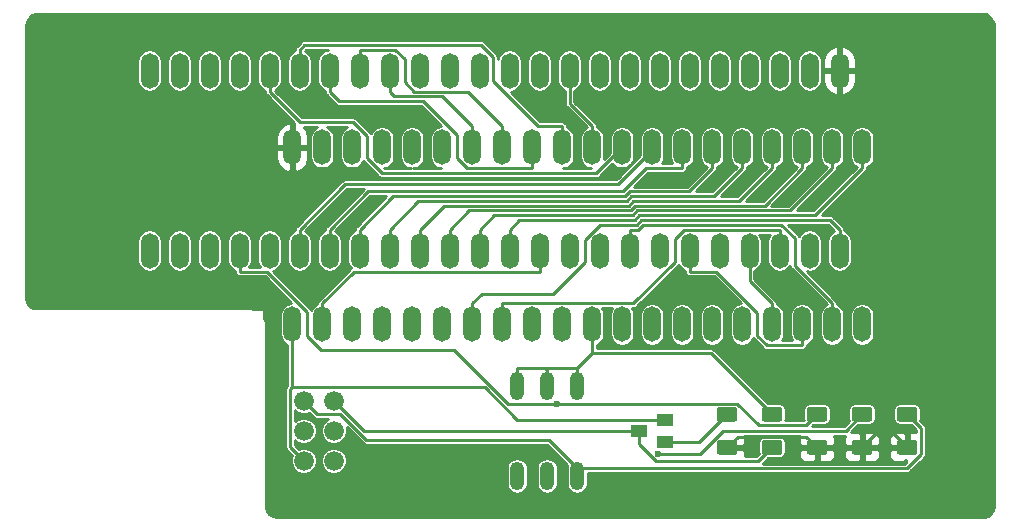
<source format=gbr>
G04 #@! TF.GenerationSoftware,KiCad,Pcbnew,(5.0.0)*
G04 #@! TF.CreationDate,2018-09-19T20:24:58-05:00*
G04 #@! TF.ProjectId,27C160_Adapter,3237433136305F416461707465722E6B,1.0*
G04 #@! TF.SameCoordinates,Original*
G04 #@! TF.FileFunction,Copper,L1,Top,Signal*
G04 #@! TF.FilePolarity,Positive*
%FSLAX46Y46*%
G04 Gerber Fmt 4.6, Leading zero omitted, Abs format (unit mm)*
G04 Created by KiCad (PCBNEW (5.0.0)) date 09/19/18 20:24:58*
%MOMM*%
%LPD*%
G01*
G04 APERTURE LIST*
G04 #@! TA.AperFunction,Conductor*
%ADD10C,0.100000*%
G04 #@! TD*
G04 #@! TA.AperFunction,SMDPad,CuDef*
%ADD11C,1.250000*%
G04 #@! TD*
G04 #@! TA.AperFunction,SMDPad,CuDef*
%ADD12R,1.399540X0.998220*%
G04 #@! TD*
G04 #@! TA.AperFunction,ComponentPad*
%ADD13O,1.500000X3.000000*%
G04 #@! TD*
G04 #@! TA.AperFunction,ComponentPad*
%ADD14O,1.219200X2.438400*%
G04 #@! TD*
G04 #@! TA.AperFunction,ComponentPad*
%ADD15C,1.676400*%
G04 #@! TD*
G04 #@! TA.AperFunction,ViaPad*
%ADD16C,0.600000*%
G04 #@! TD*
G04 #@! TA.AperFunction,Conductor*
%ADD17C,0.250000*%
G04 #@! TD*
G04 #@! TA.AperFunction,Conductor*
%ADD18C,0.254000*%
G04 #@! TD*
G04 APERTURE END LIST*
D10*
G04 #@! TO.N,VCC*
G04 #@! TO.C,R1*
G36*
X182805504Y-119750204D02*
X182829773Y-119753804D01*
X182853571Y-119759765D01*
X182876671Y-119768030D01*
X182898849Y-119778520D01*
X182919893Y-119791133D01*
X182939598Y-119805747D01*
X182957777Y-119822223D01*
X182974253Y-119840402D01*
X182988867Y-119860107D01*
X183001480Y-119881151D01*
X183011970Y-119903329D01*
X183020235Y-119926429D01*
X183026196Y-119950227D01*
X183029796Y-119974496D01*
X183031000Y-119999000D01*
X183031000Y-120749000D01*
X183029796Y-120773504D01*
X183026196Y-120797773D01*
X183020235Y-120821571D01*
X183011970Y-120844671D01*
X183001480Y-120866849D01*
X182988867Y-120887893D01*
X182974253Y-120907598D01*
X182957777Y-120925777D01*
X182939598Y-120942253D01*
X182919893Y-120956867D01*
X182898849Y-120969480D01*
X182876671Y-120979970D01*
X182853571Y-120988235D01*
X182829773Y-120994196D01*
X182805504Y-120997796D01*
X182781000Y-120999000D01*
X181531000Y-120999000D01*
X181506496Y-120997796D01*
X181482227Y-120994196D01*
X181458429Y-120988235D01*
X181435329Y-120979970D01*
X181413151Y-120969480D01*
X181392107Y-120956867D01*
X181372402Y-120942253D01*
X181354223Y-120925777D01*
X181337747Y-120907598D01*
X181323133Y-120887893D01*
X181310520Y-120866849D01*
X181300030Y-120844671D01*
X181291765Y-120821571D01*
X181285804Y-120797773D01*
X181282204Y-120773504D01*
X181281000Y-120749000D01*
X181281000Y-119999000D01*
X181282204Y-119974496D01*
X181285804Y-119950227D01*
X181291765Y-119926429D01*
X181300030Y-119903329D01*
X181310520Y-119881151D01*
X181323133Y-119860107D01*
X181337747Y-119840402D01*
X181354223Y-119822223D01*
X181372402Y-119805747D01*
X181392107Y-119791133D01*
X181413151Y-119778520D01*
X181435329Y-119768030D01*
X181458429Y-119759765D01*
X181482227Y-119753804D01*
X181506496Y-119750204D01*
X181531000Y-119749000D01*
X182781000Y-119749000D01*
X182805504Y-119750204D01*
X182805504Y-119750204D01*
G37*
D11*
G04 #@! TD*
G04 #@! TO.P,R1,2*
G04 #@! TO.N,VCC*
X182156000Y-120374000D03*
D10*
G04 #@! TO.N,/A20*
G04 #@! TO.C,R1*
G36*
X182805504Y-116950204D02*
X182829773Y-116953804D01*
X182853571Y-116959765D01*
X182876671Y-116968030D01*
X182898849Y-116978520D01*
X182919893Y-116991133D01*
X182939598Y-117005747D01*
X182957777Y-117022223D01*
X182974253Y-117040402D01*
X182988867Y-117060107D01*
X183001480Y-117081151D01*
X183011970Y-117103329D01*
X183020235Y-117126429D01*
X183026196Y-117150227D01*
X183029796Y-117174496D01*
X183031000Y-117199000D01*
X183031000Y-117949000D01*
X183029796Y-117973504D01*
X183026196Y-117997773D01*
X183020235Y-118021571D01*
X183011970Y-118044671D01*
X183001480Y-118066849D01*
X182988867Y-118087893D01*
X182974253Y-118107598D01*
X182957777Y-118125777D01*
X182939598Y-118142253D01*
X182919893Y-118156867D01*
X182898849Y-118169480D01*
X182876671Y-118179970D01*
X182853571Y-118188235D01*
X182829773Y-118194196D01*
X182805504Y-118197796D01*
X182781000Y-118199000D01*
X181531000Y-118199000D01*
X181506496Y-118197796D01*
X181482227Y-118194196D01*
X181458429Y-118188235D01*
X181435329Y-118179970D01*
X181413151Y-118169480D01*
X181392107Y-118156867D01*
X181372402Y-118142253D01*
X181354223Y-118125777D01*
X181337747Y-118107598D01*
X181323133Y-118087893D01*
X181310520Y-118066849D01*
X181300030Y-118044671D01*
X181291765Y-118021571D01*
X181285804Y-117997773D01*
X181282204Y-117973504D01*
X181281000Y-117949000D01*
X181281000Y-117199000D01*
X181282204Y-117174496D01*
X181285804Y-117150227D01*
X181291765Y-117126429D01*
X181300030Y-117103329D01*
X181310520Y-117081151D01*
X181323133Y-117060107D01*
X181337747Y-117040402D01*
X181354223Y-117022223D01*
X181372402Y-117005747D01*
X181392107Y-116991133D01*
X181413151Y-116978520D01*
X181435329Y-116968030D01*
X181458429Y-116959765D01*
X181482227Y-116953804D01*
X181506496Y-116950204D01*
X181531000Y-116949000D01*
X182781000Y-116949000D01*
X182805504Y-116950204D01*
X182805504Y-116950204D01*
G37*
D11*
G04 #@! TD*
G04 #@! TO.P,R1,1*
G04 #@! TO.N,/A20*
X182156000Y-117574000D03*
D10*
G04 #@! TO.N,VCC*
G04 #@! TO.C,R2*
G36*
X178995504Y-119750204D02*
X179019773Y-119753804D01*
X179043571Y-119759765D01*
X179066671Y-119768030D01*
X179088849Y-119778520D01*
X179109893Y-119791133D01*
X179129598Y-119805747D01*
X179147777Y-119822223D01*
X179164253Y-119840402D01*
X179178867Y-119860107D01*
X179191480Y-119881151D01*
X179201970Y-119903329D01*
X179210235Y-119926429D01*
X179216196Y-119950227D01*
X179219796Y-119974496D01*
X179221000Y-119999000D01*
X179221000Y-120749000D01*
X179219796Y-120773504D01*
X179216196Y-120797773D01*
X179210235Y-120821571D01*
X179201970Y-120844671D01*
X179191480Y-120866849D01*
X179178867Y-120887893D01*
X179164253Y-120907598D01*
X179147777Y-120925777D01*
X179129598Y-120942253D01*
X179109893Y-120956867D01*
X179088849Y-120969480D01*
X179066671Y-120979970D01*
X179043571Y-120988235D01*
X179019773Y-120994196D01*
X178995504Y-120997796D01*
X178971000Y-120999000D01*
X177721000Y-120999000D01*
X177696496Y-120997796D01*
X177672227Y-120994196D01*
X177648429Y-120988235D01*
X177625329Y-120979970D01*
X177603151Y-120969480D01*
X177582107Y-120956867D01*
X177562402Y-120942253D01*
X177544223Y-120925777D01*
X177527747Y-120907598D01*
X177513133Y-120887893D01*
X177500520Y-120866849D01*
X177490030Y-120844671D01*
X177481765Y-120821571D01*
X177475804Y-120797773D01*
X177472204Y-120773504D01*
X177471000Y-120749000D01*
X177471000Y-119999000D01*
X177472204Y-119974496D01*
X177475804Y-119950227D01*
X177481765Y-119926429D01*
X177490030Y-119903329D01*
X177500520Y-119881151D01*
X177513133Y-119860107D01*
X177527747Y-119840402D01*
X177544223Y-119822223D01*
X177562402Y-119805747D01*
X177582107Y-119791133D01*
X177603151Y-119778520D01*
X177625329Y-119768030D01*
X177648429Y-119759765D01*
X177672227Y-119753804D01*
X177696496Y-119750204D01*
X177721000Y-119749000D01*
X178971000Y-119749000D01*
X178995504Y-119750204D01*
X178995504Y-119750204D01*
G37*
D11*
G04 #@! TD*
G04 #@! TO.P,R2,2*
G04 #@! TO.N,VCC*
X178346000Y-120374000D03*
D10*
G04 #@! TO.N,/A19*
G04 #@! TO.C,R2*
G36*
X178995504Y-116950204D02*
X179019773Y-116953804D01*
X179043571Y-116959765D01*
X179066671Y-116968030D01*
X179088849Y-116978520D01*
X179109893Y-116991133D01*
X179129598Y-117005747D01*
X179147777Y-117022223D01*
X179164253Y-117040402D01*
X179178867Y-117060107D01*
X179191480Y-117081151D01*
X179201970Y-117103329D01*
X179210235Y-117126429D01*
X179216196Y-117150227D01*
X179219796Y-117174496D01*
X179221000Y-117199000D01*
X179221000Y-117949000D01*
X179219796Y-117973504D01*
X179216196Y-117997773D01*
X179210235Y-118021571D01*
X179201970Y-118044671D01*
X179191480Y-118066849D01*
X179178867Y-118087893D01*
X179164253Y-118107598D01*
X179147777Y-118125777D01*
X179129598Y-118142253D01*
X179109893Y-118156867D01*
X179088849Y-118169480D01*
X179066671Y-118179970D01*
X179043571Y-118188235D01*
X179019773Y-118194196D01*
X178995504Y-118197796D01*
X178971000Y-118199000D01*
X177721000Y-118199000D01*
X177696496Y-118197796D01*
X177672227Y-118194196D01*
X177648429Y-118188235D01*
X177625329Y-118179970D01*
X177603151Y-118169480D01*
X177582107Y-118156867D01*
X177562402Y-118142253D01*
X177544223Y-118125777D01*
X177527747Y-118107598D01*
X177513133Y-118087893D01*
X177500520Y-118066849D01*
X177490030Y-118044671D01*
X177481765Y-118021571D01*
X177475804Y-117997773D01*
X177472204Y-117973504D01*
X177471000Y-117949000D01*
X177471000Y-117199000D01*
X177472204Y-117174496D01*
X177475804Y-117150227D01*
X177481765Y-117126429D01*
X177490030Y-117103329D01*
X177500520Y-117081151D01*
X177513133Y-117060107D01*
X177527747Y-117040402D01*
X177544223Y-117022223D01*
X177562402Y-117005747D01*
X177582107Y-116991133D01*
X177603151Y-116978520D01*
X177625329Y-116968030D01*
X177648429Y-116959765D01*
X177672227Y-116953804D01*
X177696496Y-116950204D01*
X177721000Y-116949000D01*
X178971000Y-116949000D01*
X178995504Y-116950204D01*
X178995504Y-116950204D01*
G37*
D11*
G04 #@! TD*
G04 #@! TO.P,R2,1*
G04 #@! TO.N,/A19*
X178346000Y-117574000D03*
D10*
G04 #@! TO.N,VCC*
G04 #@! TO.C,R3*
G36*
X175185504Y-119750204D02*
X175209773Y-119753804D01*
X175233571Y-119759765D01*
X175256671Y-119768030D01*
X175278849Y-119778520D01*
X175299893Y-119791133D01*
X175319598Y-119805747D01*
X175337777Y-119822223D01*
X175354253Y-119840402D01*
X175368867Y-119860107D01*
X175381480Y-119881151D01*
X175391970Y-119903329D01*
X175400235Y-119926429D01*
X175406196Y-119950227D01*
X175409796Y-119974496D01*
X175411000Y-119999000D01*
X175411000Y-120749000D01*
X175409796Y-120773504D01*
X175406196Y-120797773D01*
X175400235Y-120821571D01*
X175391970Y-120844671D01*
X175381480Y-120866849D01*
X175368867Y-120887893D01*
X175354253Y-120907598D01*
X175337777Y-120925777D01*
X175319598Y-120942253D01*
X175299893Y-120956867D01*
X175278849Y-120969480D01*
X175256671Y-120979970D01*
X175233571Y-120988235D01*
X175209773Y-120994196D01*
X175185504Y-120997796D01*
X175161000Y-120999000D01*
X173911000Y-120999000D01*
X173886496Y-120997796D01*
X173862227Y-120994196D01*
X173838429Y-120988235D01*
X173815329Y-120979970D01*
X173793151Y-120969480D01*
X173772107Y-120956867D01*
X173752402Y-120942253D01*
X173734223Y-120925777D01*
X173717747Y-120907598D01*
X173703133Y-120887893D01*
X173690520Y-120866849D01*
X173680030Y-120844671D01*
X173671765Y-120821571D01*
X173665804Y-120797773D01*
X173662204Y-120773504D01*
X173661000Y-120749000D01*
X173661000Y-119999000D01*
X173662204Y-119974496D01*
X173665804Y-119950227D01*
X173671765Y-119926429D01*
X173680030Y-119903329D01*
X173690520Y-119881151D01*
X173703133Y-119860107D01*
X173717747Y-119840402D01*
X173734223Y-119822223D01*
X173752402Y-119805747D01*
X173772107Y-119791133D01*
X173793151Y-119778520D01*
X173815329Y-119768030D01*
X173838429Y-119759765D01*
X173862227Y-119753804D01*
X173886496Y-119750204D01*
X173911000Y-119749000D01*
X175161000Y-119749000D01*
X175185504Y-119750204D01*
X175185504Y-119750204D01*
G37*
D11*
G04 #@! TD*
G04 #@! TO.P,R3,2*
G04 #@! TO.N,VCC*
X174536000Y-120374000D03*
D10*
G04 #@! TO.N,/A18*
G04 #@! TO.C,R3*
G36*
X175185504Y-116950204D02*
X175209773Y-116953804D01*
X175233571Y-116959765D01*
X175256671Y-116968030D01*
X175278849Y-116978520D01*
X175299893Y-116991133D01*
X175319598Y-117005747D01*
X175337777Y-117022223D01*
X175354253Y-117040402D01*
X175368867Y-117060107D01*
X175381480Y-117081151D01*
X175391970Y-117103329D01*
X175400235Y-117126429D01*
X175406196Y-117150227D01*
X175409796Y-117174496D01*
X175411000Y-117199000D01*
X175411000Y-117949000D01*
X175409796Y-117973504D01*
X175406196Y-117997773D01*
X175400235Y-118021571D01*
X175391970Y-118044671D01*
X175381480Y-118066849D01*
X175368867Y-118087893D01*
X175354253Y-118107598D01*
X175337777Y-118125777D01*
X175319598Y-118142253D01*
X175299893Y-118156867D01*
X175278849Y-118169480D01*
X175256671Y-118179970D01*
X175233571Y-118188235D01*
X175209773Y-118194196D01*
X175185504Y-118197796D01*
X175161000Y-118199000D01*
X173911000Y-118199000D01*
X173886496Y-118197796D01*
X173862227Y-118194196D01*
X173838429Y-118188235D01*
X173815329Y-118179970D01*
X173793151Y-118169480D01*
X173772107Y-118156867D01*
X173752402Y-118142253D01*
X173734223Y-118125777D01*
X173717747Y-118107598D01*
X173703133Y-118087893D01*
X173690520Y-118066849D01*
X173680030Y-118044671D01*
X173671765Y-118021571D01*
X173665804Y-117997773D01*
X173662204Y-117973504D01*
X173661000Y-117949000D01*
X173661000Y-117199000D01*
X173662204Y-117174496D01*
X173665804Y-117150227D01*
X173671765Y-117126429D01*
X173680030Y-117103329D01*
X173690520Y-117081151D01*
X173703133Y-117060107D01*
X173717747Y-117040402D01*
X173734223Y-117022223D01*
X173752402Y-117005747D01*
X173772107Y-116991133D01*
X173793151Y-116978520D01*
X173815329Y-116968030D01*
X173838429Y-116959765D01*
X173862227Y-116953804D01*
X173886496Y-116950204D01*
X173911000Y-116949000D01*
X175161000Y-116949000D01*
X175185504Y-116950204D01*
X175185504Y-116950204D01*
G37*
D11*
G04 #@! TD*
G04 #@! TO.P,R3,1*
G04 #@! TO.N,/A18*
X174536000Y-117574000D03*
D10*
G04 #@! TO.N,/N$4*
G04 #@! TO.C,R4*
G36*
X171375504Y-119750204D02*
X171399773Y-119753804D01*
X171423571Y-119759765D01*
X171446671Y-119768030D01*
X171468849Y-119778520D01*
X171489893Y-119791133D01*
X171509598Y-119805747D01*
X171527777Y-119822223D01*
X171544253Y-119840402D01*
X171558867Y-119860107D01*
X171571480Y-119881151D01*
X171581970Y-119903329D01*
X171590235Y-119926429D01*
X171596196Y-119950227D01*
X171599796Y-119974496D01*
X171601000Y-119999000D01*
X171601000Y-120749000D01*
X171599796Y-120773504D01*
X171596196Y-120797773D01*
X171590235Y-120821571D01*
X171581970Y-120844671D01*
X171571480Y-120866849D01*
X171558867Y-120887893D01*
X171544253Y-120907598D01*
X171527777Y-120925777D01*
X171509598Y-120942253D01*
X171489893Y-120956867D01*
X171468849Y-120969480D01*
X171446671Y-120979970D01*
X171423571Y-120988235D01*
X171399773Y-120994196D01*
X171375504Y-120997796D01*
X171351000Y-120999000D01*
X170101000Y-120999000D01*
X170076496Y-120997796D01*
X170052227Y-120994196D01*
X170028429Y-120988235D01*
X170005329Y-120979970D01*
X169983151Y-120969480D01*
X169962107Y-120956867D01*
X169942402Y-120942253D01*
X169924223Y-120925777D01*
X169907747Y-120907598D01*
X169893133Y-120887893D01*
X169880520Y-120866849D01*
X169870030Y-120844671D01*
X169861765Y-120821571D01*
X169855804Y-120797773D01*
X169852204Y-120773504D01*
X169851000Y-120749000D01*
X169851000Y-119999000D01*
X169852204Y-119974496D01*
X169855804Y-119950227D01*
X169861765Y-119926429D01*
X169870030Y-119903329D01*
X169880520Y-119881151D01*
X169893133Y-119860107D01*
X169907747Y-119840402D01*
X169924223Y-119822223D01*
X169942402Y-119805747D01*
X169962107Y-119791133D01*
X169983151Y-119778520D01*
X170005329Y-119768030D01*
X170028429Y-119759765D01*
X170052227Y-119753804D01*
X170076496Y-119750204D01*
X170101000Y-119749000D01*
X171351000Y-119749000D01*
X171375504Y-119750204D01*
X171375504Y-119750204D01*
G37*
D11*
G04 #@! TD*
G04 #@! TO.P,R4,2*
G04 #@! TO.N,/N$4*
X170726000Y-120374000D03*
D10*
G04 #@! TO.N,GND*
G04 #@! TO.C,R4*
G36*
X171375504Y-116950204D02*
X171399773Y-116953804D01*
X171423571Y-116959765D01*
X171446671Y-116968030D01*
X171468849Y-116978520D01*
X171489893Y-116991133D01*
X171509598Y-117005747D01*
X171527777Y-117022223D01*
X171544253Y-117040402D01*
X171558867Y-117060107D01*
X171571480Y-117081151D01*
X171581970Y-117103329D01*
X171590235Y-117126429D01*
X171596196Y-117150227D01*
X171599796Y-117174496D01*
X171601000Y-117199000D01*
X171601000Y-117949000D01*
X171599796Y-117973504D01*
X171596196Y-117997773D01*
X171590235Y-118021571D01*
X171581970Y-118044671D01*
X171571480Y-118066849D01*
X171558867Y-118087893D01*
X171544253Y-118107598D01*
X171527777Y-118125777D01*
X171509598Y-118142253D01*
X171489893Y-118156867D01*
X171468849Y-118169480D01*
X171446671Y-118179970D01*
X171423571Y-118188235D01*
X171399773Y-118194196D01*
X171375504Y-118197796D01*
X171351000Y-118199000D01*
X170101000Y-118199000D01*
X170076496Y-118197796D01*
X170052227Y-118194196D01*
X170028429Y-118188235D01*
X170005329Y-118179970D01*
X169983151Y-118169480D01*
X169962107Y-118156867D01*
X169942402Y-118142253D01*
X169924223Y-118125777D01*
X169907747Y-118107598D01*
X169893133Y-118087893D01*
X169880520Y-118066849D01*
X169870030Y-118044671D01*
X169861765Y-118021571D01*
X169855804Y-117997773D01*
X169852204Y-117973504D01*
X169851000Y-117949000D01*
X169851000Y-117199000D01*
X169852204Y-117174496D01*
X169855804Y-117150227D01*
X169861765Y-117126429D01*
X169870030Y-117103329D01*
X169880520Y-117081151D01*
X169893133Y-117060107D01*
X169907747Y-117040402D01*
X169924223Y-117022223D01*
X169942402Y-117005747D01*
X169962107Y-116991133D01*
X169983151Y-116978520D01*
X170005329Y-116968030D01*
X170028429Y-116959765D01*
X170052227Y-116953804D01*
X170076496Y-116950204D01*
X170101000Y-116949000D01*
X171351000Y-116949000D01*
X171375504Y-116950204D01*
X171375504Y-116950204D01*
G37*
D11*
G04 #@! TD*
G04 #@! TO.P,R4,1*
G04 #@! TO.N,GND*
X170726000Y-117574000D03*
D10*
G04 #@! TO.N,/N$1*
G04 #@! TO.C,R5*
G36*
X167565504Y-116950204D02*
X167589773Y-116953804D01*
X167613571Y-116959765D01*
X167636671Y-116968030D01*
X167658849Y-116978520D01*
X167679893Y-116991133D01*
X167699598Y-117005747D01*
X167717777Y-117022223D01*
X167734253Y-117040402D01*
X167748867Y-117060107D01*
X167761480Y-117081151D01*
X167771970Y-117103329D01*
X167780235Y-117126429D01*
X167786196Y-117150227D01*
X167789796Y-117174496D01*
X167791000Y-117199000D01*
X167791000Y-117949000D01*
X167789796Y-117973504D01*
X167786196Y-117997773D01*
X167780235Y-118021571D01*
X167771970Y-118044671D01*
X167761480Y-118066849D01*
X167748867Y-118087893D01*
X167734253Y-118107598D01*
X167717777Y-118125777D01*
X167699598Y-118142253D01*
X167679893Y-118156867D01*
X167658849Y-118169480D01*
X167636671Y-118179970D01*
X167613571Y-118188235D01*
X167589773Y-118194196D01*
X167565504Y-118197796D01*
X167541000Y-118199000D01*
X166291000Y-118199000D01*
X166266496Y-118197796D01*
X166242227Y-118194196D01*
X166218429Y-118188235D01*
X166195329Y-118179970D01*
X166173151Y-118169480D01*
X166152107Y-118156867D01*
X166132402Y-118142253D01*
X166114223Y-118125777D01*
X166097747Y-118107598D01*
X166083133Y-118087893D01*
X166070520Y-118066849D01*
X166060030Y-118044671D01*
X166051765Y-118021571D01*
X166045804Y-117997773D01*
X166042204Y-117973504D01*
X166041000Y-117949000D01*
X166041000Y-117199000D01*
X166042204Y-117174496D01*
X166045804Y-117150227D01*
X166051765Y-117126429D01*
X166060030Y-117103329D01*
X166070520Y-117081151D01*
X166083133Y-117060107D01*
X166097747Y-117040402D01*
X166114223Y-117022223D01*
X166132402Y-117005747D01*
X166152107Y-116991133D01*
X166173151Y-116978520D01*
X166195329Y-116968030D01*
X166218429Y-116959765D01*
X166242227Y-116953804D01*
X166266496Y-116950204D01*
X166291000Y-116949000D01*
X167541000Y-116949000D01*
X167565504Y-116950204D01*
X167565504Y-116950204D01*
G37*
D11*
G04 #@! TD*
G04 #@! TO.P,R5,2*
G04 #@! TO.N,/N$1*
X166916000Y-117574000D03*
D10*
G04 #@! TO.N,VCC*
G04 #@! TO.C,R5*
G36*
X167565504Y-119750204D02*
X167589773Y-119753804D01*
X167613571Y-119759765D01*
X167636671Y-119768030D01*
X167658849Y-119778520D01*
X167679893Y-119791133D01*
X167699598Y-119805747D01*
X167717777Y-119822223D01*
X167734253Y-119840402D01*
X167748867Y-119860107D01*
X167761480Y-119881151D01*
X167771970Y-119903329D01*
X167780235Y-119926429D01*
X167786196Y-119950227D01*
X167789796Y-119974496D01*
X167791000Y-119999000D01*
X167791000Y-120749000D01*
X167789796Y-120773504D01*
X167786196Y-120797773D01*
X167780235Y-120821571D01*
X167771970Y-120844671D01*
X167761480Y-120866849D01*
X167748867Y-120887893D01*
X167734253Y-120907598D01*
X167717777Y-120925777D01*
X167699598Y-120942253D01*
X167679893Y-120956867D01*
X167658849Y-120969480D01*
X167636671Y-120979970D01*
X167613571Y-120988235D01*
X167589773Y-120994196D01*
X167565504Y-120997796D01*
X167541000Y-120999000D01*
X166291000Y-120999000D01*
X166266496Y-120997796D01*
X166242227Y-120994196D01*
X166218429Y-120988235D01*
X166195329Y-120979970D01*
X166173151Y-120969480D01*
X166152107Y-120956867D01*
X166132402Y-120942253D01*
X166114223Y-120925777D01*
X166097747Y-120907598D01*
X166083133Y-120887893D01*
X166070520Y-120866849D01*
X166060030Y-120844671D01*
X166051765Y-120821571D01*
X166045804Y-120797773D01*
X166042204Y-120773504D01*
X166041000Y-120749000D01*
X166041000Y-119999000D01*
X166042204Y-119974496D01*
X166045804Y-119950227D01*
X166051765Y-119926429D01*
X166060030Y-119903329D01*
X166070520Y-119881151D01*
X166083133Y-119860107D01*
X166097747Y-119840402D01*
X166114223Y-119822223D01*
X166132402Y-119805747D01*
X166152107Y-119791133D01*
X166173151Y-119778520D01*
X166195329Y-119768030D01*
X166218429Y-119759765D01*
X166242227Y-119753804D01*
X166266496Y-119750204D01*
X166291000Y-119749000D01*
X167541000Y-119749000D01*
X167565504Y-119750204D01*
X167565504Y-119750204D01*
G37*
D11*
G04 #@! TD*
G04 #@! TO.P,R5,1*
G04 #@! TO.N,VCC*
X166916000Y-120374000D03*
D12*
G04 #@! TO.P,Q1,E*
G04 #@! TO.N,/VPP*
X161665820Y-118026580D03*
G04 #@! TO.P,Q1,C*
G04 #@! TO.N,/N$4*
X159466180Y-118974000D03*
G04 #@! TO.P,Q1,B*
G04 #@! TO.N,/N$1*
X161665820Y-119923960D03*
G04 #@! TD*
D13*
G04 #@! TO.P,U1,1*
G04 #@! TO.N,/VPP*
X130086000Y-109959000D03*
G04 #@! TO.P,U1,2*
G04 #@! TO.N,/E*
X132626000Y-109959000D03*
G04 #@! TO.P,U1,3*
G04 #@! TO.N,/D15*
X135166000Y-109959000D03*
G04 #@! TO.P,U1,4*
G04 #@! TO.N,/D14*
X137706000Y-109959000D03*
G04 #@! TO.P,U1,5*
G04 #@! TO.N,/D13*
X140246000Y-109959000D03*
G04 #@! TO.P,U1,6*
G04 #@! TO.N,/D12*
X142786000Y-109959000D03*
G04 #@! TO.P,U1,7*
G04 #@! TO.N,/D11*
X145326000Y-109959000D03*
G04 #@! TO.P,U1,8*
G04 #@! TO.N,/D10*
X147866000Y-109959000D03*
G04 #@! TO.P,U1,9*
G04 #@! TO.N,/D9*
X150406000Y-109959000D03*
G04 #@! TO.P,U1,10*
G04 #@! TO.N,/D8*
X152946000Y-109959000D03*
G04 #@! TO.P,U1,11*
G04 #@! TO.N,GND*
X155486000Y-109959000D03*
G04 #@! TO.P,U1,12*
G04 #@! TO.N,/D7*
X158026000Y-109959000D03*
G04 #@! TO.P,U1,13*
G04 #@! TO.N,/D6*
X160566000Y-109959000D03*
G04 #@! TO.P,U1,14*
G04 #@! TO.N,/D5*
X163106000Y-109959000D03*
G04 #@! TO.P,U1,15*
G04 #@! TO.N,/D4*
X165646000Y-109959000D03*
G04 #@! TO.P,U1,16*
G04 #@! TO.N,/D3*
X168186000Y-109959000D03*
G04 #@! TO.P,U1,17*
G04 #@! TO.N,/D2*
X170726000Y-109959000D03*
G04 #@! TO.P,U1,18*
G04 #@! TO.N,/D1*
X173266000Y-109959000D03*
G04 #@! TO.P,U1,19*
G04 #@! TO.N,/D0*
X175806000Y-109959000D03*
G04 #@! TO.P,U1,20*
G04 #@! TO.N,/N$5*
X178346000Y-109959000D03*
G04 #@! TO.P,U1,21*
G04 #@! TO.N,/A0*
X178346000Y-94969000D03*
G04 #@! TO.P,U1,22*
G04 #@! TO.N,/A1*
X175806000Y-94969000D03*
G04 #@! TO.P,U1,23*
G04 #@! TO.N,/A2*
X173266000Y-94969000D03*
G04 #@! TO.P,U1,24*
G04 #@! TO.N,/A3*
X170726000Y-94969000D03*
G04 #@! TO.P,U1,25*
G04 #@! TO.N,/A4*
X168186000Y-94969000D03*
G04 #@! TO.P,U1,26*
G04 #@! TO.N,/A5*
X165646000Y-94969000D03*
G04 #@! TO.P,U1,27*
G04 #@! TO.N,/A6*
X163106000Y-94969000D03*
G04 #@! TO.P,U1,28*
G04 #@! TO.N,/A7*
X160566000Y-94969000D03*
G04 #@! TO.P,U1,29*
G04 #@! TO.N,/A8*
X158026000Y-94969000D03*
G04 #@! TO.P,U1,30*
G04 #@! TO.N,GND*
X155486000Y-94969000D03*
G04 #@! TO.P,U1,31*
G04 #@! TO.N,/A9*
X152946000Y-94969000D03*
G04 #@! TO.P,U1,32*
G04 #@! TO.N,/A10*
X150406000Y-94969000D03*
G04 #@! TO.P,U1,33*
G04 #@! TO.N,/A11*
X147866000Y-94969000D03*
G04 #@! TO.P,U1,34*
G04 #@! TO.N,/A12*
X145326000Y-94969000D03*
G04 #@! TO.P,U1,35*
G04 #@! TO.N,/A13*
X142786000Y-94969000D03*
G04 #@! TO.P,U1,36*
G04 #@! TO.N,/A14*
X140246000Y-94969000D03*
G04 #@! TO.P,U1,37*
G04 #@! TO.N,/A15*
X137706000Y-94969000D03*
G04 #@! TO.P,U1,38*
G04 #@! TO.N,/A16*
X135166000Y-94969000D03*
G04 #@! TO.P,U1,39*
G04 #@! TO.N,/A17*
X132626000Y-94969000D03*
G04 #@! TO.P,U1,40*
G04 #@! TO.N,VCC*
X130086000Y-94969000D03*
G04 #@! TD*
D14*
G04 #@! TO.P,SW2,1*
G04 #@! TO.N,/A18*
X149136000Y-122784000D03*
G04 #@! TO.P,SW2,2*
G04 #@! TO.N,/A19*
X151676000Y-122784000D03*
G04 #@! TO.P,SW2,3*
G04 #@! TO.N,/A20*
X154216000Y-122784000D03*
G04 #@! TO.P,SW2,4*
G04 #@! TO.N,GND*
X154216000Y-115164000D03*
G04 #@! TO.P,SW2,6*
X149136000Y-115164000D03*
G04 #@! TO.P,SW2,5*
X151676000Y-115164000D03*
G04 #@! TD*
D15*
G04 #@! TO.P,SW1,2*
G04 #@! TO.N,/N$2*
X131086000Y-118974000D03*
G04 #@! TO.P,SW1,5*
G04 #@! TO.N,/N$6*
X133626000Y-118974000D03*
G04 #@! TO.P,SW1,1*
G04 #@! TO.N,/VPP*
X131086000Y-121514000D03*
G04 #@! TO.P,SW1,3*
G04 #@! TO.N,/A20*
X131086000Y-116434000D03*
G04 #@! TO.P,SW1,4*
G04 #@! TO.N,/N$5*
X133626000Y-121514000D03*
G04 #@! TO.P,SW1,6*
G04 #@! TO.N,/N$4*
X133626000Y-116434000D03*
G04 #@! TD*
D13*
G04 #@! TO.P,ZX1,1*
G04 #@! TO.N,N/C*
X118021000Y-103733600D03*
G04 #@! TO.P,ZX1,2*
X120561000Y-103733600D03*
G04 #@! TO.P,ZX1,3*
X123101000Y-103733600D03*
G04 #@! TO.P,ZX1,4*
G04 #@! TO.N,/A18*
X125641000Y-103733600D03*
G04 #@! TO.P,ZX1,5*
G04 #@! TO.N,/A17*
X128181000Y-103733600D03*
G04 #@! TO.P,ZX1,6*
G04 #@! TO.N,/A7*
X130721000Y-103733600D03*
G04 #@! TO.P,ZX1,7*
G04 #@! TO.N,/A6*
X133261000Y-103733600D03*
G04 #@! TO.P,ZX1,8*
G04 #@! TO.N,/A5*
X135801000Y-103733600D03*
G04 #@! TO.P,ZX1,9*
G04 #@! TO.N,/A4*
X138341000Y-103733600D03*
G04 #@! TO.P,ZX1,10*
G04 #@! TO.N,/A3*
X140881000Y-103733600D03*
G04 #@! TO.P,ZX1,11*
G04 #@! TO.N,/A2*
X143421000Y-103733600D03*
G04 #@! TO.P,ZX1,12*
G04 #@! TO.N,/A1*
X145961000Y-103733600D03*
G04 #@! TO.P,ZX1,13*
G04 #@! TO.N,/A0*
X148501000Y-103733600D03*
G04 #@! TO.P,ZX1,14*
G04 #@! TO.N,/E*
X151041000Y-103733600D03*
G04 #@! TO.P,ZX1,15*
G04 #@! TO.N,GND*
X153581000Y-103733600D03*
G04 #@! TO.P,ZX1,16*
G04 #@! TO.N,/N$6*
X156121000Y-103733600D03*
G04 #@! TO.P,ZX1,17*
G04 #@! TO.N,/D0*
X158661000Y-103733600D03*
G04 #@! TO.P,ZX1,18*
G04 #@! TO.N,/D8*
X161201000Y-103733600D03*
G04 #@! TO.P,ZX1,19*
G04 #@! TO.N,/D1*
X163741000Y-103733600D03*
G04 #@! TO.P,ZX1,20*
G04 #@! TO.N,/D9*
X166281000Y-103733600D03*
G04 #@! TO.P,ZX1,21*
G04 #@! TO.N,/D2*
X168821000Y-103733600D03*
G04 #@! TO.P,ZX1,22*
G04 #@! TO.N,/D10*
X171361000Y-103733600D03*
G04 #@! TO.P,ZX1,23*
G04 #@! TO.N,/D3*
X173901000Y-103733600D03*
G04 #@! TO.P,ZX1,24*
G04 #@! TO.N,/D11*
X176441000Y-103733600D03*
G04 #@! TO.P,ZX1,25*
G04 #@! TO.N,VCC*
X176441000Y-88493600D03*
G04 #@! TO.P,ZX1,26*
G04 #@! TO.N,/D4*
X173901000Y-88493600D03*
G04 #@! TO.P,ZX1,27*
G04 #@! TO.N,/D12*
X171361000Y-88493600D03*
G04 #@! TO.P,ZX1,28*
G04 #@! TO.N,/D5*
X168821000Y-88493600D03*
G04 #@! TO.P,ZX1,29*
G04 #@! TO.N,/D13*
X166281000Y-88493600D03*
G04 #@! TO.P,ZX1,30*
G04 #@! TO.N,/D6*
X163741000Y-88493600D03*
G04 #@! TO.P,ZX1,31*
G04 #@! TO.N,/D14*
X161201000Y-88493600D03*
G04 #@! TO.P,ZX1,32*
G04 #@! TO.N,/D7*
X158661000Y-88493600D03*
G04 #@! TO.P,ZX1,33*
G04 #@! TO.N,/D15*
X156121000Y-88493600D03*
G04 #@! TO.P,ZX1,34*
G04 #@! TO.N,GND*
X153581000Y-88493600D03*
G04 #@! TO.P,ZX1,35*
G04 #@! TO.N,/N$2*
X151041000Y-88493600D03*
G04 #@! TO.P,ZX1,36*
G04 #@! TO.N,/A16*
X148501000Y-88493600D03*
G04 #@! TO.P,ZX1,37*
G04 #@! TO.N,/A15*
X145961000Y-88493600D03*
G04 #@! TO.P,ZX1,38*
G04 #@! TO.N,/A14*
X143421000Y-88493600D03*
G04 #@! TO.P,ZX1,39*
G04 #@! TO.N,/A13*
X140881000Y-88493600D03*
G04 #@! TO.P,ZX1,40*
G04 #@! TO.N,/A12*
X138341000Y-88493600D03*
G04 #@! TO.P,ZX1,41*
G04 #@! TO.N,/A11*
X135801000Y-88493600D03*
G04 #@! TO.P,ZX1,42*
G04 #@! TO.N,/A10*
X133261000Y-88493600D03*
G04 #@! TO.P,ZX1,43*
G04 #@! TO.N,/A9*
X130721000Y-88493600D03*
G04 #@! TO.P,ZX1,44*
G04 #@! TO.N,/A8*
X128181000Y-88493600D03*
G04 #@! TO.P,ZX1,45*
G04 #@! TO.N,/A19*
X125641000Y-88493600D03*
G04 #@! TO.P,ZX1,46*
G04 #@! TO.N,N/C*
X123101000Y-88493600D03*
G04 #@! TO.P,ZX1,47*
X120561000Y-88493600D03*
G04 #@! TO.P,ZX1,48*
X118021000Y-88493600D03*
G04 #@! TD*
D16*
G04 #@! TO.N,/A19*
X161056800Y-120902300D03*
G04 #@! TO.N,/A18*
X152478900Y-116670200D03*
G04 #@! TD*
D17*
G04 #@! TO.N,GND*
X155486000Y-94969000D02*
X155486000Y-93191300D01*
X153581000Y-88493600D02*
X153581000Y-91286300D01*
X153581000Y-91286300D02*
X155486000Y-93191300D01*
X149136000Y-115164000D02*
X149136000Y-113667100D01*
X151676000Y-113837000D02*
X151676000Y-113667100D01*
X151676000Y-115164000D02*
X151676000Y-113837000D01*
X149136000Y-113667100D02*
X151506100Y-113667100D01*
X151506100Y-113667100D02*
X151676000Y-113837000D01*
X151676000Y-113667100D02*
X154216000Y-113667100D01*
X155486000Y-112397100D02*
X154216000Y-113667100D01*
X155486000Y-111636000D02*
X155486000Y-112397100D01*
X155486000Y-112397100D02*
X165549100Y-112397100D01*
X165549100Y-112397100D02*
X170726000Y-117574000D01*
X154216000Y-115164000D02*
X154216000Y-113667100D01*
X155486000Y-109959000D02*
X155486000Y-111636000D01*
G04 #@! TO.N,VCC*
X130086000Y-96746700D02*
X130900600Y-97561300D01*
X130900600Y-97561300D02*
X157645000Y-97561300D01*
X157645000Y-97561300D02*
X159296000Y-95910300D01*
X159296000Y-95910300D02*
X159296000Y-93972700D01*
X159296000Y-93972700D02*
X162461400Y-90807300D01*
X162461400Y-90807300D02*
X176441000Y-90807300D01*
X179528600Y-119191400D02*
X179528600Y-93894900D01*
X179528600Y-93894900D02*
X176441000Y-90807300D01*
X176441000Y-90271300D02*
X176441000Y-90807300D01*
X130086000Y-94969000D02*
X130086000Y-96746700D01*
X179528600Y-119191400D02*
X178346000Y-120374000D01*
X182156000Y-120374000D02*
X180973400Y-119191400D01*
X180973400Y-119191400D02*
X179528600Y-119191400D01*
X176441000Y-88493600D02*
X176441000Y-90271300D01*
X174536000Y-120374000D02*
X178346000Y-120374000D01*
X166916000Y-120374000D02*
X167819800Y-119470200D01*
X167819800Y-119470200D02*
X173632200Y-119470200D01*
X173632200Y-119470200D02*
X174536000Y-120374000D01*
G04 #@! TO.N,/N$4*
X159466200Y-118974000D02*
X158488700Y-118974000D01*
X133626000Y-116434000D02*
X136166000Y-118974000D01*
X136166000Y-118974000D02*
X158488700Y-118974000D01*
X159466200Y-119750800D02*
X159466200Y-120132200D01*
X159466200Y-120132200D02*
X160879300Y-121545300D01*
X160879300Y-121545300D02*
X169554700Y-121545300D01*
X169554700Y-121545300D02*
X170726000Y-120374000D01*
X159466200Y-118974000D02*
X159466200Y-119750800D01*
G04 #@! TO.N,/VPP*
X161665800Y-118026600D02*
X149146200Y-118026600D01*
X149146200Y-118026600D02*
X146412200Y-115292600D01*
X146412200Y-115292600D02*
X130086000Y-115292600D01*
X131086000Y-121514000D02*
X129922600Y-120350600D01*
X129922600Y-120350600D02*
X129922600Y-115456000D01*
X129922600Y-115456000D02*
X130086000Y-115292600D01*
X130086000Y-115292600D02*
X130086000Y-111736700D01*
X130086000Y-109959000D02*
X130086000Y-111736700D01*
G04 #@! TO.N,/N$1*
X166916000Y-117574000D02*
X164566000Y-119924000D01*
X164566000Y-119924000D02*
X161665800Y-119924000D01*
G04 #@! TO.N,/A20*
X131086000Y-116434000D02*
X132213500Y-117561500D01*
X132213500Y-117561500D02*
X134183800Y-117561500D01*
X134183800Y-117561500D02*
X136373200Y-119750900D01*
X136373200Y-119750900D02*
X151809000Y-119750900D01*
X151809000Y-119750900D02*
X154216000Y-122157900D01*
X154216000Y-122157900D02*
X182127100Y-122157900D01*
X182127100Y-122157900D02*
X183341100Y-120943900D01*
X183341100Y-120943900D02*
X183341100Y-118759100D01*
X183341100Y-118759100D02*
X182156000Y-117574000D01*
X154216000Y-122784000D02*
X154216000Y-122157900D01*
G04 #@! TO.N,/A19*
X161056800Y-120902300D02*
X164641500Y-120902300D01*
X164641500Y-120902300D02*
X166569800Y-118974000D01*
X166569800Y-118974000D02*
X176946000Y-118974000D01*
X176946000Y-118974000D02*
X178346000Y-117574000D01*
G04 #@! TO.N,/A18*
X125641000Y-103733600D02*
X125641000Y-105511300D01*
X125641000Y-105511300D02*
X127948300Y-105511300D01*
X127948300Y-105511300D02*
X131356000Y-108919000D01*
X131356000Y-108919000D02*
X131356000Y-110975100D01*
X131356000Y-110975100D02*
X132520400Y-112139500D01*
X132520400Y-112139500D02*
X143836400Y-112139500D01*
X143836400Y-112139500D02*
X148367100Y-116670200D01*
X148367100Y-116670200D02*
X152478900Y-116670200D01*
X152478900Y-116670200D02*
X167779800Y-116670200D01*
X167779800Y-116670200D02*
X169618500Y-118508900D01*
X169618500Y-118508900D02*
X173601100Y-118508900D01*
X173601100Y-118508900D02*
X174536000Y-117574000D01*
G04 #@! TO.N,/E*
X132626000Y-109959000D02*
X132626000Y-108181300D01*
X151041000Y-103733600D02*
X151041000Y-105511300D01*
X151041000Y-105511300D02*
X135296000Y-105511300D01*
X135296000Y-105511300D02*
X132626000Y-108181300D01*
G04 #@! TO.N,/D11*
X145326000Y-108181300D02*
X146131300Y-107376000D01*
X146131300Y-107376000D02*
X152165800Y-107376000D01*
X152165800Y-107376000D02*
X154851000Y-104690800D01*
X154851000Y-104690800D02*
X154851000Y-102790700D01*
X154851000Y-102790700D02*
X156121600Y-101520100D01*
X156121600Y-101520100D02*
X159257000Y-101520100D01*
X159257000Y-101520100D02*
X159659700Y-101117400D01*
X159659700Y-101117400D02*
X175602500Y-101117400D01*
X175602500Y-101117400D02*
X176441000Y-101955900D01*
X176441000Y-103733600D02*
X176441000Y-101955900D01*
X145326000Y-109959000D02*
X145326000Y-108181300D01*
G04 #@! TO.N,/D10*
X147866000Y-108181300D02*
X158986900Y-108181300D01*
X158986900Y-108181300D02*
X162471000Y-104697200D01*
X162471000Y-104697200D02*
X162471000Y-102734200D01*
X162471000Y-102734200D02*
X163249300Y-101955900D01*
X163249300Y-101955900D02*
X171361000Y-101955900D01*
X147866000Y-109959000D02*
X147866000Y-108181300D01*
X171361000Y-103733600D02*
X171361000Y-101955900D01*
G04 #@! TO.N,/D2*
X170726000Y-109959000D02*
X170726000Y-108181300D01*
X168821000Y-103733600D02*
X168821000Y-106276300D01*
X168821000Y-106276300D02*
X170726000Y-108181300D01*
G04 #@! TO.N,/D1*
X173266000Y-109959000D02*
X173266000Y-111736700D01*
X163741000Y-103733600D02*
X163741000Y-105511300D01*
X163741000Y-105511300D02*
X165985300Y-105511300D01*
X165985300Y-105511300D02*
X169456000Y-108982000D01*
X169456000Y-108982000D02*
X169456000Y-110921200D01*
X169456000Y-110921200D02*
X170271500Y-111736700D01*
X170271500Y-111736700D02*
X173266000Y-111736700D01*
G04 #@! TO.N,/D0*
X158661000Y-101955900D02*
X159390800Y-101955900D01*
X159390800Y-101955900D02*
X159798400Y-101548300D01*
X159798400Y-101548300D02*
X171524300Y-101548300D01*
X171524300Y-101548300D02*
X172631000Y-102655000D01*
X172631000Y-102655000D02*
X172631000Y-105006300D01*
X172631000Y-105006300D02*
X175806000Y-108181300D01*
X175806000Y-109959000D02*
X175806000Y-108181300D01*
X158661000Y-103733600D02*
X158661000Y-101955900D01*
G04 #@! TO.N,/A0*
X148501000Y-101955900D02*
X149339500Y-101117400D01*
X149339500Y-101117400D02*
X159090100Y-101117400D01*
X159090100Y-101117400D02*
X159492800Y-100714700D01*
X159492800Y-100714700D02*
X174378000Y-100714700D01*
X174378000Y-100714700D02*
X178346000Y-96746700D01*
X178346000Y-94969000D02*
X178346000Y-96746700D01*
X148501000Y-103733600D02*
X148501000Y-101955900D01*
G04 #@! TO.N,/A1*
X145961000Y-101955900D02*
X147202200Y-100714700D01*
X147202200Y-100714700D02*
X158923200Y-100714700D01*
X158923200Y-100714700D02*
X159325900Y-100312000D01*
X159325900Y-100312000D02*
X172240700Y-100312000D01*
X172240700Y-100312000D02*
X175806000Y-96746700D01*
X175806000Y-94969000D02*
X175806000Y-96746700D01*
X145961000Y-103733600D02*
X145961000Y-101955900D01*
G04 #@! TO.N,/A2*
X143421000Y-101955900D02*
X145064900Y-100312000D01*
X145064900Y-100312000D02*
X158756300Y-100312000D01*
X158756300Y-100312000D02*
X159159000Y-99909300D01*
X159159000Y-99909300D02*
X170103400Y-99909300D01*
X170103400Y-99909300D02*
X173266000Y-96746700D01*
X143421000Y-103733600D02*
X143421000Y-101955900D01*
X173266000Y-94969000D02*
X173266000Y-96746700D01*
G04 #@! TO.N,/A3*
X140881000Y-101955900D02*
X142927600Y-99909300D01*
X142927600Y-99909300D02*
X158589400Y-99909300D01*
X158589400Y-99909300D02*
X158992100Y-99506600D01*
X158992100Y-99506600D02*
X167966100Y-99506600D01*
X167966100Y-99506600D02*
X170726000Y-96746700D01*
X140881000Y-103733600D02*
X140881000Y-101955900D01*
X170726000Y-94969000D02*
X170726000Y-96746700D01*
G04 #@! TO.N,/A4*
X138341000Y-101955900D02*
X140790300Y-99506600D01*
X140790300Y-99506600D02*
X158422500Y-99506600D01*
X158422500Y-99506600D02*
X158825200Y-99103900D01*
X158825200Y-99103900D02*
X165828800Y-99103900D01*
X165828800Y-99103900D02*
X168186000Y-96746700D01*
X168186000Y-94969000D02*
X168186000Y-96746700D01*
X138341000Y-103733600D02*
X138341000Y-101955900D01*
G04 #@! TO.N,/A5*
X135801000Y-101955900D02*
X138653000Y-99103900D01*
X138653000Y-99103900D02*
X158255600Y-99103900D01*
X158255600Y-99103900D02*
X158658300Y-98701200D01*
X158658300Y-98701200D02*
X163691500Y-98701200D01*
X163691500Y-98701200D02*
X165646000Y-96746700D01*
X165646000Y-94969000D02*
X165646000Y-96746700D01*
X135801000Y-103733600D02*
X135801000Y-101955900D01*
G04 #@! TO.N,/A6*
X133261000Y-101955900D02*
X136515700Y-98701200D01*
X136515700Y-98701200D02*
X158088700Y-98701200D01*
X158088700Y-98701200D02*
X160043200Y-96746700D01*
X160043200Y-96746700D02*
X163106000Y-96746700D01*
X163106000Y-94969000D02*
X163106000Y-96746700D01*
X133261000Y-103733600D02*
X133261000Y-101955900D01*
G04 #@! TO.N,/A7*
X130721000Y-103733600D02*
X130721000Y-101955900D01*
X130721000Y-101955900D02*
X134579700Y-98097200D01*
X134579700Y-98097200D02*
X157679700Y-98097200D01*
X157679700Y-98097200D02*
X160566000Y-95210900D01*
X160566000Y-95210900D02*
X160566000Y-94969000D01*
G04 #@! TO.N,/A8*
X128181000Y-88493600D02*
X128181000Y-90271300D01*
X128181000Y-90271300D02*
X130758600Y-92848900D01*
X130758600Y-92848900D02*
X135273000Y-92848900D01*
X135273000Y-92848900D02*
X136436000Y-94011900D01*
X136436000Y-94011900D02*
X136436000Y-95911900D01*
X136436000Y-95911900D02*
X137682600Y-97158500D01*
X137682600Y-97158500D02*
X155836500Y-97158500D01*
X155836500Y-97158500D02*
X158026000Y-94969000D01*
G04 #@! TO.N,/A9*
X152946000Y-93191300D02*
X150933100Y-93191300D01*
X150933100Y-93191300D02*
X147088500Y-89346700D01*
X147088500Y-89346700D02*
X147088500Y-87329700D01*
X147088500Y-87329700D02*
X146072000Y-86313200D01*
X146072000Y-86313200D02*
X131123700Y-86313200D01*
X131123700Y-86313200D02*
X130721000Y-86715900D01*
X130721000Y-88493600D02*
X130721000Y-86715900D01*
X152946000Y-94969000D02*
X152946000Y-93191300D01*
G04 #@! TO.N,/A10*
X133261000Y-90271300D02*
X134066400Y-91076700D01*
X134066400Y-91076700D02*
X141164200Y-91076700D01*
X141164200Y-91076700D02*
X144056000Y-93968500D01*
X144056000Y-93968500D02*
X144056000Y-95923400D01*
X144056000Y-95923400D02*
X144879300Y-96746700D01*
X144879300Y-96746700D02*
X150406000Y-96746700D01*
X150406000Y-94969000D02*
X150406000Y-96746700D01*
X133261000Y-88493600D02*
X133261000Y-90271300D01*
G04 #@! TO.N,/A11*
X135801000Y-88493600D02*
X135801000Y-86715900D01*
X147866000Y-94969000D02*
X147866000Y-93191300D01*
X135801000Y-86715900D02*
X138792600Y-86715900D01*
X138792600Y-86715900D02*
X139611000Y-87534300D01*
X139611000Y-87534300D02*
X139611000Y-89479600D01*
X139611000Y-89479600D02*
X140402700Y-90271300D01*
X140402700Y-90271300D02*
X144946000Y-90271300D01*
X144946000Y-90271300D02*
X147866000Y-93191300D01*
G04 #@! TO.N,/A12*
X138341000Y-90271300D02*
X138743700Y-90674000D01*
X138743700Y-90674000D02*
X142808700Y-90674000D01*
X142808700Y-90674000D02*
X145326000Y-93191300D01*
X145326000Y-94969000D02*
X145326000Y-93191300D01*
X138341000Y-88493600D02*
X138341000Y-90271300D01*
G04 #@! TD*
D18*
G04 #@! TO.N,VCC*
G36*
X188823390Y-83732572D02*
X189135916Y-83913011D01*
X189367879Y-84189453D01*
X189494780Y-84538109D01*
X189510600Y-84718932D01*
X189510601Y-125327999D01*
X189445564Y-125677205D01*
X189270384Y-125961401D01*
X189004639Y-126163477D01*
X188668850Y-126260716D01*
X188589433Y-126264600D01*
X128798995Y-126264600D01*
X128449795Y-126199564D01*
X128165599Y-126024384D01*
X127963523Y-125758639D01*
X127866284Y-125422850D01*
X127862400Y-125343433D01*
X127862400Y-109959603D01*
X127861309Y-109954116D01*
X127856674Y-109859355D01*
X127855675Y-109855146D01*
X127856097Y-109850842D01*
X127847971Y-109807211D01*
X127731549Y-109405176D01*
X127722691Y-109387564D01*
X127717422Y-109368564D01*
X127694245Y-109330964D01*
X127695959Y-108786059D01*
X127686445Y-108737428D01*
X127659045Y-108696140D01*
X127617930Y-108668481D01*
X127568610Y-108658660D01*
X126777397Y-108660843D01*
X126534999Y-108615698D01*
X126514397Y-108611600D01*
X108478995Y-108611600D01*
X108129795Y-108546564D01*
X107845599Y-108371384D01*
X107643523Y-108105639D01*
X107546284Y-107769850D01*
X107542400Y-107690433D01*
X107542400Y-102882215D01*
X116991600Y-102882215D01*
X116991601Y-104584986D01*
X117051328Y-104885252D01*
X117278845Y-105225756D01*
X117619349Y-105453273D01*
X118021000Y-105533167D01*
X118422652Y-105453273D01*
X118763156Y-105225756D01*
X118990673Y-104885252D01*
X119050400Y-104584986D01*
X119050400Y-102882215D01*
X119531600Y-102882215D01*
X119531601Y-104584986D01*
X119591328Y-104885252D01*
X119818845Y-105225756D01*
X120159349Y-105453273D01*
X120561000Y-105533167D01*
X120962652Y-105453273D01*
X121303156Y-105225756D01*
X121530673Y-104885252D01*
X121590400Y-104584986D01*
X121590400Y-102882215D01*
X122071600Y-102882215D01*
X122071601Y-104584986D01*
X122131328Y-104885252D01*
X122358845Y-105225756D01*
X122699349Y-105453273D01*
X123101000Y-105533167D01*
X123502652Y-105453273D01*
X123843156Y-105225756D01*
X124070673Y-104885252D01*
X124130400Y-104584986D01*
X124130400Y-102882215D01*
X124611600Y-102882215D01*
X124611601Y-104584986D01*
X124671328Y-104885252D01*
X124898845Y-105225756D01*
X125236601Y-105451437D01*
X125236601Y-105471468D01*
X125228678Y-105511300D01*
X125260064Y-105669089D01*
X125349444Y-105802856D01*
X125483211Y-105892236D01*
X125601173Y-105915700D01*
X125641000Y-105923622D01*
X125680827Y-105915700D01*
X127780793Y-105915700D01*
X130034725Y-108169632D01*
X129684348Y-108239327D01*
X129343844Y-108466844D01*
X129116327Y-108807349D01*
X129056600Y-109107615D01*
X129056601Y-110810386D01*
X129116328Y-111110652D01*
X129343845Y-111451156D01*
X129681601Y-111676837D01*
X129681601Y-111696873D01*
X129681600Y-115125093D01*
X129664810Y-115141883D01*
X129631045Y-115164444D01*
X129608485Y-115198208D01*
X129541664Y-115298212D01*
X129510278Y-115456000D01*
X129518201Y-115495832D01*
X129518200Y-120310773D01*
X129510278Y-120350600D01*
X129518200Y-120390426D01*
X129541664Y-120508388D01*
X129631044Y-120642156D01*
X129664812Y-120664719D01*
X130063118Y-121063026D01*
X129968400Y-121291696D01*
X129968400Y-121736304D01*
X130138545Y-122147070D01*
X130452930Y-122461455D01*
X130863696Y-122631600D01*
X131308304Y-122631600D01*
X131719070Y-122461455D01*
X132033455Y-122147070D01*
X132203600Y-121736304D01*
X132203600Y-121291696D01*
X132508400Y-121291696D01*
X132508400Y-121736304D01*
X132678545Y-122147070D01*
X132992930Y-122461455D01*
X133403696Y-122631600D01*
X133848304Y-122631600D01*
X134259070Y-122461455D01*
X134573455Y-122147070D01*
X134598401Y-122086845D01*
X148247000Y-122086845D01*
X148247001Y-123481156D01*
X148298582Y-123740470D01*
X148495068Y-124034533D01*
X148789131Y-124231019D01*
X149136000Y-124300016D01*
X149482870Y-124231019D01*
X149776933Y-124034533D01*
X149973419Y-123740470D01*
X150025000Y-123481156D01*
X150025000Y-122086845D01*
X150787000Y-122086845D01*
X150787001Y-123481156D01*
X150838582Y-123740470D01*
X151035068Y-124034533D01*
X151329131Y-124231019D01*
X151676000Y-124300016D01*
X152022870Y-124231019D01*
X152316933Y-124034533D01*
X152513419Y-123740470D01*
X152565000Y-123481156D01*
X152565000Y-122086844D01*
X152513419Y-121827530D01*
X152316933Y-121533467D01*
X152022869Y-121336981D01*
X151676000Y-121267984D01*
X151329130Y-121336981D01*
X151035067Y-121533467D01*
X150838581Y-121827531D01*
X150787000Y-122086845D01*
X150025000Y-122086845D01*
X150025000Y-122086844D01*
X149973419Y-121827530D01*
X149776933Y-121533467D01*
X149482869Y-121336981D01*
X149136000Y-121267984D01*
X148789130Y-121336981D01*
X148495067Y-121533467D01*
X148298581Y-121827531D01*
X148247000Y-122086845D01*
X134598401Y-122086845D01*
X134743600Y-121736304D01*
X134743600Y-121291696D01*
X134573455Y-120880930D01*
X134259070Y-120566545D01*
X133848304Y-120396400D01*
X133403696Y-120396400D01*
X132992930Y-120566545D01*
X132678545Y-120880930D01*
X132508400Y-121291696D01*
X132203600Y-121291696D01*
X132033455Y-120880930D01*
X131719070Y-120566545D01*
X131308304Y-120396400D01*
X130863696Y-120396400D01*
X130635026Y-120491118D01*
X130327000Y-120183093D01*
X130327000Y-119795525D01*
X130452930Y-119921455D01*
X130863696Y-120091600D01*
X131308304Y-120091600D01*
X131719070Y-119921455D01*
X132033455Y-119607070D01*
X132203600Y-119196304D01*
X132203600Y-118751696D01*
X132033455Y-118340930D01*
X131719070Y-118026545D01*
X131308304Y-117856400D01*
X130863696Y-117856400D01*
X130452930Y-118026545D01*
X130327000Y-118152475D01*
X130327000Y-117255525D01*
X130452930Y-117381455D01*
X130863696Y-117551600D01*
X131308304Y-117551600D01*
X131536974Y-117456882D01*
X131899383Y-117819291D01*
X131921944Y-117853056D01*
X131955708Y-117875616D01*
X132055711Y-117942436D01*
X132213500Y-117973822D01*
X132253327Y-117965900D01*
X133139340Y-117965900D01*
X132992930Y-118026545D01*
X132678545Y-118340930D01*
X132508400Y-118751696D01*
X132508400Y-119196304D01*
X132678545Y-119607070D01*
X132992930Y-119921455D01*
X133403696Y-120091600D01*
X133848304Y-120091600D01*
X134259070Y-119921455D01*
X134573455Y-119607070D01*
X134743600Y-119196304D01*
X134743600Y-118751696D01*
X134702242Y-118651850D01*
X136059083Y-120008691D01*
X136081644Y-120042456D01*
X136215411Y-120131836D01*
X136333373Y-120155300D01*
X136333374Y-120155300D01*
X136373199Y-120163222D01*
X136413025Y-120155300D01*
X151641493Y-120155300D01*
X153367820Y-121881628D01*
X153327000Y-122086845D01*
X153327001Y-123481156D01*
X153378582Y-123740470D01*
X153575068Y-124034533D01*
X153869131Y-124231019D01*
X154216000Y-124300016D01*
X154562870Y-124231019D01*
X154856933Y-124034533D01*
X155053419Y-123740470D01*
X155105000Y-123481156D01*
X155105000Y-122562300D01*
X182087273Y-122562300D01*
X182127100Y-122570222D01*
X182166927Y-122562300D01*
X182284889Y-122538836D01*
X182418656Y-122449456D01*
X182441219Y-122415688D01*
X183269292Y-121587615D01*
X183390699Y-121537327D01*
X183569327Y-121358698D01*
X183615676Y-121246801D01*
X183632656Y-121235456D01*
X183722036Y-121101689D01*
X183745500Y-120983727D01*
X183745500Y-120983726D01*
X183753422Y-120943901D01*
X183745500Y-120904075D01*
X183745500Y-118798925D01*
X183753422Y-118759099D01*
X183733687Y-118659885D01*
X183722036Y-118601311D01*
X183632656Y-118467544D01*
X183598891Y-118444983D01*
X183280540Y-118126632D01*
X183315873Y-117949000D01*
X183315873Y-117199000D01*
X183275158Y-116994313D01*
X183159212Y-116820788D01*
X182985687Y-116704842D01*
X182781000Y-116664127D01*
X181531000Y-116664127D01*
X181326313Y-116704842D01*
X181152788Y-116820788D01*
X181036842Y-116994313D01*
X180996127Y-117199000D01*
X180996127Y-117949000D01*
X181036842Y-118153687D01*
X181152788Y-118327212D01*
X181326313Y-118443158D01*
X181531000Y-118483873D01*
X182493965Y-118483873D01*
X182936701Y-118926609D01*
X182936701Y-119114000D01*
X182441750Y-119114000D01*
X182283000Y-119272750D01*
X182283000Y-120247000D01*
X182303000Y-120247000D01*
X182303000Y-120501000D01*
X182283000Y-120501000D01*
X182283000Y-120521000D01*
X182029000Y-120521000D01*
X182029000Y-120501000D01*
X180804750Y-120501000D01*
X180646000Y-120659750D01*
X180646000Y-121125309D01*
X180742673Y-121358698D01*
X180921301Y-121537327D01*
X181154690Y-121634000D01*
X181870250Y-121634000D01*
X182028998Y-121475252D01*
X182028998Y-121634000D01*
X182079093Y-121634000D01*
X181959593Y-121753500D01*
X169918407Y-121753500D01*
X170388034Y-121283873D01*
X171351000Y-121283873D01*
X171555687Y-121243158D01*
X171729212Y-121127212D01*
X171845158Y-120953687D01*
X171885873Y-120749000D01*
X171885873Y-120659750D01*
X173026000Y-120659750D01*
X173026000Y-121125309D01*
X173122673Y-121358698D01*
X173301301Y-121537327D01*
X173534690Y-121634000D01*
X174250250Y-121634000D01*
X174409000Y-121475250D01*
X174409000Y-120501000D01*
X174663000Y-120501000D01*
X174663000Y-121475250D01*
X174821750Y-121634000D01*
X175537310Y-121634000D01*
X175770699Y-121537327D01*
X175949327Y-121358698D01*
X176046000Y-121125309D01*
X176046000Y-120659750D01*
X176836000Y-120659750D01*
X176836000Y-121125309D01*
X176932673Y-121358698D01*
X177111301Y-121537327D01*
X177344690Y-121634000D01*
X178060250Y-121634000D01*
X178219000Y-121475250D01*
X178219000Y-120501000D01*
X178473000Y-120501000D01*
X178473000Y-121475250D01*
X178631750Y-121634000D01*
X179347310Y-121634000D01*
X179580699Y-121537327D01*
X179759327Y-121358698D01*
X179856000Y-121125309D01*
X179856000Y-120659750D01*
X179697250Y-120501000D01*
X178473000Y-120501000D01*
X178219000Y-120501000D01*
X176994750Y-120501000D01*
X176836000Y-120659750D01*
X176046000Y-120659750D01*
X175887250Y-120501000D01*
X174663000Y-120501000D01*
X174409000Y-120501000D01*
X173184750Y-120501000D01*
X173026000Y-120659750D01*
X171885873Y-120659750D01*
X171885873Y-119999000D01*
X171845158Y-119794313D01*
X171729212Y-119620788D01*
X171555687Y-119504842D01*
X171351000Y-119464127D01*
X170101000Y-119464127D01*
X169896313Y-119504842D01*
X169722788Y-119620788D01*
X169606842Y-119794313D01*
X169566127Y-119999000D01*
X169566127Y-120749000D01*
X169601460Y-120926632D01*
X169387193Y-121140900D01*
X168419542Y-121140900D01*
X168426000Y-121125309D01*
X168426000Y-120659750D01*
X168267250Y-120501000D01*
X167043000Y-120501000D01*
X167043000Y-120521000D01*
X166789000Y-120521000D01*
X166789000Y-120501000D01*
X166769000Y-120501000D01*
X166769000Y-120247000D01*
X166789000Y-120247000D01*
X166789000Y-120227000D01*
X167043000Y-120227000D01*
X167043000Y-120247000D01*
X168267250Y-120247000D01*
X168426000Y-120088250D01*
X168426000Y-119622691D01*
X168329327Y-119389302D01*
X168318425Y-119378400D01*
X173133575Y-119378400D01*
X173122673Y-119389302D01*
X173026000Y-119622691D01*
X173026000Y-120088250D01*
X173184750Y-120247000D01*
X174409000Y-120247000D01*
X174409000Y-120227000D01*
X174663000Y-120227000D01*
X174663000Y-120247000D01*
X175887250Y-120247000D01*
X176046000Y-120088250D01*
X176046000Y-119622691D01*
X175949327Y-119389302D01*
X175938425Y-119378400D01*
X176906173Y-119378400D01*
X176937370Y-119384605D01*
X176932673Y-119389302D01*
X176836000Y-119622691D01*
X176836000Y-120088250D01*
X176994750Y-120247000D01*
X178219000Y-120247000D01*
X178219000Y-119272750D01*
X178473000Y-119272750D01*
X178473000Y-120247000D01*
X179697250Y-120247000D01*
X179856000Y-120088250D01*
X179856000Y-119622691D01*
X180646000Y-119622691D01*
X180646000Y-120088250D01*
X180804750Y-120247000D01*
X182029000Y-120247000D01*
X182029000Y-119272750D01*
X181870250Y-119114000D01*
X181154690Y-119114000D01*
X180921301Y-119210673D01*
X180742673Y-119389302D01*
X180646000Y-119622691D01*
X179856000Y-119622691D01*
X179759327Y-119389302D01*
X179580699Y-119210673D01*
X179347310Y-119114000D01*
X178631750Y-119114000D01*
X178473000Y-119272750D01*
X178219000Y-119272750D01*
X178060250Y-119114000D01*
X177377907Y-119114000D01*
X178008035Y-118483873D01*
X178971000Y-118483873D01*
X179175687Y-118443158D01*
X179349212Y-118327212D01*
X179465158Y-118153687D01*
X179505873Y-117949000D01*
X179505873Y-117199000D01*
X179465158Y-116994313D01*
X179349212Y-116820788D01*
X179175687Y-116704842D01*
X178971000Y-116664127D01*
X177721000Y-116664127D01*
X177516313Y-116704842D01*
X177342788Y-116820788D01*
X177226842Y-116994313D01*
X177186127Y-117199000D01*
X177186127Y-117949000D01*
X177221460Y-118126632D01*
X176778493Y-118569600D01*
X174112307Y-118569600D01*
X174198034Y-118483873D01*
X175161000Y-118483873D01*
X175365687Y-118443158D01*
X175539212Y-118327212D01*
X175655158Y-118153687D01*
X175695873Y-117949000D01*
X175695873Y-117199000D01*
X175655158Y-116994313D01*
X175539212Y-116820788D01*
X175365687Y-116704842D01*
X175161000Y-116664127D01*
X173911000Y-116664127D01*
X173706313Y-116704842D01*
X173532788Y-116820788D01*
X173416842Y-116994313D01*
X173376127Y-117199000D01*
X173376127Y-117949000D01*
X173407058Y-118104500D01*
X171854942Y-118104500D01*
X171885873Y-117949000D01*
X171885873Y-117199000D01*
X171845158Y-116994313D01*
X171729212Y-116820788D01*
X171555687Y-116704842D01*
X171351000Y-116664127D01*
X170388035Y-116664127D01*
X165863219Y-112139312D01*
X165840656Y-112105544D01*
X165706889Y-112016164D01*
X165588927Y-111992700D01*
X165549100Y-111984778D01*
X165509273Y-111992700D01*
X155890400Y-111992700D01*
X155890400Y-111676837D01*
X156228156Y-111451156D01*
X156455673Y-111110652D01*
X156515400Y-110810386D01*
X156515400Y-109107614D01*
X156455673Y-108807348D01*
X156307573Y-108585700D01*
X157204427Y-108585700D01*
X157056327Y-108807349D01*
X156996600Y-109107615D01*
X156996601Y-110810386D01*
X157056328Y-111110652D01*
X157283845Y-111451156D01*
X157624349Y-111678673D01*
X158026000Y-111758567D01*
X158427652Y-111678673D01*
X158768156Y-111451156D01*
X158995673Y-111110652D01*
X159055400Y-110810386D01*
X159055400Y-109107615D01*
X159536600Y-109107615D01*
X159536601Y-110810386D01*
X159596328Y-111110652D01*
X159823845Y-111451156D01*
X160164349Y-111678673D01*
X160566000Y-111758567D01*
X160967652Y-111678673D01*
X161308156Y-111451156D01*
X161535673Y-111110652D01*
X161595400Y-110810386D01*
X161595400Y-109107615D01*
X162076600Y-109107615D01*
X162076601Y-110810386D01*
X162136328Y-111110652D01*
X162363845Y-111451156D01*
X162704349Y-111678673D01*
X163106000Y-111758567D01*
X163507652Y-111678673D01*
X163848156Y-111451156D01*
X164075673Y-111110652D01*
X164135400Y-110810386D01*
X164135400Y-109107615D01*
X164616600Y-109107615D01*
X164616601Y-110810386D01*
X164676328Y-111110652D01*
X164903845Y-111451156D01*
X165244349Y-111678673D01*
X165646000Y-111758567D01*
X166047652Y-111678673D01*
X166388156Y-111451156D01*
X166615673Y-111110652D01*
X166675400Y-110810386D01*
X166675400Y-109107614D01*
X166615673Y-108807348D01*
X166388156Y-108466844D01*
X166047651Y-108239327D01*
X165646000Y-108159433D01*
X165244348Y-108239327D01*
X164903844Y-108466844D01*
X164676327Y-108807349D01*
X164616600Y-109107615D01*
X164135400Y-109107615D01*
X164135400Y-109107614D01*
X164075673Y-108807348D01*
X163848156Y-108466844D01*
X163507651Y-108239327D01*
X163106000Y-108159433D01*
X162704348Y-108239327D01*
X162363844Y-108466844D01*
X162136327Y-108807349D01*
X162076600Y-109107615D01*
X161595400Y-109107615D01*
X161595400Y-109107614D01*
X161535673Y-108807348D01*
X161308156Y-108466844D01*
X160967651Y-108239327D01*
X160566000Y-108159433D01*
X160164348Y-108239327D01*
X159823844Y-108466844D01*
X159596327Y-108807349D01*
X159536600Y-109107615D01*
X159055400Y-109107615D01*
X159055400Y-109107614D01*
X158995673Y-108807348D01*
X158847573Y-108585700D01*
X158947073Y-108585700D01*
X158986900Y-108593622D01*
X159026727Y-108585700D01*
X159144689Y-108562236D01*
X159278456Y-108472856D01*
X159301019Y-108439088D01*
X162728791Y-105011316D01*
X162762556Y-104988756D01*
X162801521Y-104930440D01*
X162998845Y-105225756D01*
X163336601Y-105451437D01*
X163336601Y-105471468D01*
X163328678Y-105511300D01*
X163360064Y-105669089D01*
X163449444Y-105802856D01*
X163583211Y-105892236D01*
X163701173Y-105915700D01*
X163741000Y-105923622D01*
X163780827Y-105915700D01*
X165817793Y-105915700D01*
X168082177Y-108180085D01*
X167784348Y-108239327D01*
X167443844Y-108466844D01*
X167216327Y-108807349D01*
X167156600Y-109107615D01*
X167156601Y-110810386D01*
X167216328Y-111110652D01*
X167443845Y-111451156D01*
X167784349Y-111678673D01*
X168186000Y-111758567D01*
X168587652Y-111678673D01*
X168928156Y-111451156D01*
X169125947Y-111155140D01*
X169164445Y-111212756D01*
X169198210Y-111235317D01*
X169957383Y-111994491D01*
X169979944Y-112028256D01*
X170113711Y-112117636D01*
X170231673Y-112141100D01*
X170231674Y-112141100D01*
X170271499Y-112149022D01*
X170311325Y-112141100D01*
X173226173Y-112141100D01*
X173266000Y-112149022D01*
X173423789Y-112117636D01*
X173557556Y-112028256D01*
X173646936Y-111894489D01*
X173670400Y-111776527D01*
X173678322Y-111736700D01*
X173670400Y-111696873D01*
X173670400Y-111676837D01*
X174008156Y-111451156D01*
X174235673Y-111110652D01*
X174295400Y-110810386D01*
X174295400Y-109107614D01*
X174235673Y-108807348D01*
X174008156Y-108466844D01*
X173667651Y-108239327D01*
X173266000Y-108159433D01*
X172864348Y-108239327D01*
X172523844Y-108466844D01*
X172296327Y-108807349D01*
X172236600Y-109107615D01*
X172236601Y-110810386D01*
X172296328Y-111110652D01*
X172444428Y-111332300D01*
X171547573Y-111332300D01*
X171695673Y-111110652D01*
X171755400Y-110810386D01*
X171755400Y-109107614D01*
X171695673Y-108807348D01*
X171468156Y-108466844D01*
X171130400Y-108241164D01*
X171130400Y-108221127D01*
X171138322Y-108181300D01*
X171106936Y-108023511D01*
X171080039Y-107983257D01*
X171017556Y-107889744D01*
X170983791Y-107867183D01*
X169225400Y-106108793D01*
X169225400Y-105451437D01*
X169563156Y-105225756D01*
X169790673Y-104885252D01*
X169850400Y-104584986D01*
X169850400Y-102882214D01*
X169790673Y-102581948D01*
X169642573Y-102360300D01*
X170539427Y-102360300D01*
X170391327Y-102581949D01*
X170331600Y-102882215D01*
X170331601Y-104584986D01*
X170391328Y-104885252D01*
X170618845Y-105225756D01*
X170959349Y-105453273D01*
X171361000Y-105533167D01*
X171762652Y-105453273D01*
X172103156Y-105225756D01*
X172225816Y-105042183D01*
X172250064Y-105164088D01*
X172250065Y-105164089D01*
X172339445Y-105297856D01*
X172373210Y-105320417D01*
X175337072Y-108284280D01*
X175063844Y-108466844D01*
X174836327Y-108807349D01*
X174776600Y-109107615D01*
X174776601Y-110810386D01*
X174836328Y-111110652D01*
X175063845Y-111451156D01*
X175404349Y-111678673D01*
X175806000Y-111758567D01*
X176207652Y-111678673D01*
X176548156Y-111451156D01*
X176775673Y-111110652D01*
X176835400Y-110810386D01*
X176835400Y-109107615D01*
X177316600Y-109107615D01*
X177316601Y-110810386D01*
X177376328Y-111110652D01*
X177603845Y-111451156D01*
X177944349Y-111678673D01*
X178346000Y-111758567D01*
X178747652Y-111678673D01*
X179088156Y-111451156D01*
X179315673Y-111110652D01*
X179375400Y-110810386D01*
X179375400Y-109107614D01*
X179315673Y-108807348D01*
X179088156Y-108466844D01*
X178747651Y-108239327D01*
X178346000Y-108159433D01*
X177944348Y-108239327D01*
X177603844Y-108466844D01*
X177376327Y-108807349D01*
X177316600Y-109107615D01*
X176835400Y-109107615D01*
X176835400Y-109107614D01*
X176775673Y-108807348D01*
X176548156Y-108466844D01*
X176210400Y-108241164D01*
X176210400Y-108221126D01*
X176218322Y-108181299D01*
X176186936Y-108023511D01*
X176181542Y-108015438D01*
X176097556Y-107889744D01*
X176063791Y-107867183D01*
X173687258Y-105490651D01*
X173901000Y-105533167D01*
X174302652Y-105453273D01*
X174643156Y-105225756D01*
X174870673Y-104885252D01*
X174930400Y-104584986D01*
X174930400Y-102882214D01*
X174870673Y-102581948D01*
X174643156Y-102241444D01*
X174302651Y-102013927D01*
X173901000Y-101934033D01*
X173499348Y-102013927D01*
X173158844Y-102241444D01*
X172999941Y-102479260D01*
X172922556Y-102363444D01*
X172888791Y-102340883D01*
X172069707Y-101521800D01*
X175434993Y-101521800D01*
X175972072Y-102058879D01*
X175698844Y-102241444D01*
X175471327Y-102581949D01*
X175411600Y-102882215D01*
X175411601Y-104584986D01*
X175471328Y-104885252D01*
X175698845Y-105225756D01*
X176039349Y-105453273D01*
X176441000Y-105533167D01*
X176842652Y-105453273D01*
X177183156Y-105225756D01*
X177410673Y-104885252D01*
X177470400Y-104584986D01*
X177470400Y-102882214D01*
X177410673Y-102581948D01*
X177183156Y-102241444D01*
X176845400Y-102015764D01*
X176845400Y-101995726D01*
X176853322Y-101955899D01*
X176821936Y-101798111D01*
X176808426Y-101777892D01*
X176732556Y-101664344D01*
X176698791Y-101641783D01*
X175916619Y-100859612D01*
X175894056Y-100825844D01*
X175760289Y-100736464D01*
X175642327Y-100713000D01*
X175602500Y-100705078D01*
X175562673Y-100713000D01*
X174951607Y-100713000D01*
X178603791Y-97060817D01*
X178637556Y-97038256D01*
X178726936Y-96904489D01*
X178750400Y-96786527D01*
X178758322Y-96746701D01*
X178750400Y-96706875D01*
X178750400Y-96686837D01*
X179088156Y-96461156D01*
X179315673Y-96120652D01*
X179375400Y-95820386D01*
X179375400Y-94117614D01*
X179315673Y-93817348D01*
X179088156Y-93476844D01*
X178747651Y-93249327D01*
X178346000Y-93169433D01*
X177944348Y-93249327D01*
X177603844Y-93476844D01*
X177376327Y-93817349D01*
X177316600Y-94117615D01*
X177316601Y-95820386D01*
X177376328Y-96120652D01*
X177603845Y-96461156D01*
X177877072Y-96643720D01*
X174210493Y-100310300D01*
X172814307Y-100310300D01*
X176063791Y-97060817D01*
X176097556Y-97038256D01*
X176186936Y-96904489D01*
X176210400Y-96786527D01*
X176218322Y-96746700D01*
X176210400Y-96706873D01*
X176210400Y-96686836D01*
X176548156Y-96461156D01*
X176775673Y-96120652D01*
X176835400Y-95820386D01*
X176835400Y-94117614D01*
X176775673Y-93817348D01*
X176548156Y-93476844D01*
X176207652Y-93249327D01*
X175806000Y-93169433D01*
X175404349Y-93249327D01*
X175063845Y-93476844D01*
X174836328Y-93817348D01*
X174776601Y-94117614D01*
X174776600Y-95820385D01*
X174836327Y-96120651D01*
X175063844Y-96461156D01*
X175337072Y-96643720D01*
X172073193Y-99907600D01*
X170677007Y-99907600D01*
X173523791Y-97060817D01*
X173557556Y-97038256D01*
X173646936Y-96904489D01*
X173670400Y-96786527D01*
X173678322Y-96746700D01*
X173670400Y-96706873D01*
X173670400Y-96686836D01*
X174008156Y-96461156D01*
X174235673Y-96120652D01*
X174295400Y-95820386D01*
X174295400Y-94117614D01*
X174235673Y-93817348D01*
X174008156Y-93476844D01*
X173667652Y-93249327D01*
X173266000Y-93169433D01*
X172864349Y-93249327D01*
X172523845Y-93476844D01*
X172296328Y-93817348D01*
X172236601Y-94117614D01*
X172236600Y-95820385D01*
X172296327Y-96120651D01*
X172523844Y-96461156D01*
X172797072Y-96643720D01*
X169935893Y-99504900D01*
X168539707Y-99504900D01*
X170983791Y-97060817D01*
X171017556Y-97038256D01*
X171106936Y-96904489D01*
X171130400Y-96786527D01*
X171138322Y-96746701D01*
X171130400Y-96706874D01*
X171130400Y-96686836D01*
X171468156Y-96461156D01*
X171695673Y-96120652D01*
X171755400Y-95820386D01*
X171755400Y-94117614D01*
X171695673Y-93817348D01*
X171468156Y-93476844D01*
X171127652Y-93249327D01*
X170726000Y-93169433D01*
X170324349Y-93249327D01*
X169983845Y-93476844D01*
X169756328Y-93817348D01*
X169696601Y-94117614D01*
X169696600Y-95820385D01*
X169756327Y-96120651D01*
X169983844Y-96461156D01*
X170257072Y-96643720D01*
X167798593Y-99102200D01*
X166402407Y-99102200D01*
X168443791Y-97060817D01*
X168477556Y-97038256D01*
X168566936Y-96904489D01*
X168590400Y-96786527D01*
X168590400Y-96786526D01*
X168598322Y-96746701D01*
X168590400Y-96706875D01*
X168590400Y-96686836D01*
X168928156Y-96461156D01*
X169155673Y-96120652D01*
X169215400Y-95820386D01*
X169215400Y-94117614D01*
X169155673Y-93817348D01*
X168928156Y-93476844D01*
X168587652Y-93249327D01*
X168186000Y-93169433D01*
X167784349Y-93249327D01*
X167443845Y-93476844D01*
X167216328Y-93817348D01*
X167156601Y-94117614D01*
X167156600Y-95820385D01*
X167216327Y-96120651D01*
X167443844Y-96461156D01*
X167717072Y-96643720D01*
X165661293Y-98699500D01*
X164265107Y-98699500D01*
X165903791Y-97060817D01*
X165937556Y-97038256D01*
X166026936Y-96904489D01*
X166050400Y-96786527D01*
X166058322Y-96746701D01*
X166050400Y-96706875D01*
X166050400Y-96686836D01*
X166388156Y-96461156D01*
X166615673Y-96120652D01*
X166675400Y-95820386D01*
X166675400Y-94117614D01*
X166615673Y-93817348D01*
X166388156Y-93476844D01*
X166047652Y-93249327D01*
X165646000Y-93169433D01*
X165244349Y-93249327D01*
X164903845Y-93476844D01*
X164676328Y-93817348D01*
X164616601Y-94117614D01*
X164616600Y-95820385D01*
X164676327Y-96120651D01*
X164903844Y-96461156D01*
X165177072Y-96643720D01*
X163523993Y-98296800D01*
X159065007Y-98296800D01*
X160210708Y-97151100D01*
X163066173Y-97151100D01*
X163106000Y-97159022D01*
X163263789Y-97127636D01*
X163397556Y-97038256D01*
X163486936Y-96904489D01*
X163510400Y-96786527D01*
X163518322Y-96746700D01*
X163510400Y-96706873D01*
X163510400Y-96686836D01*
X163848156Y-96461156D01*
X164075673Y-96120652D01*
X164135400Y-95820386D01*
X164135400Y-94117614D01*
X164075673Y-93817348D01*
X163848156Y-93476844D01*
X163507652Y-93249327D01*
X163106000Y-93169433D01*
X162704349Y-93249327D01*
X162363845Y-93476844D01*
X162136328Y-93817348D01*
X162076601Y-94117614D01*
X162076600Y-95820385D01*
X162136327Y-96120651D01*
X162284427Y-96342300D01*
X161387573Y-96342300D01*
X161535673Y-96120652D01*
X161595400Y-95820386D01*
X161595400Y-94117614D01*
X161535673Y-93817348D01*
X161308156Y-93476844D01*
X160967652Y-93249327D01*
X160566000Y-93169433D01*
X160164349Y-93249327D01*
X159823845Y-93476844D01*
X159596328Y-93817348D01*
X159536601Y-94117614D01*
X159536600Y-95668392D01*
X158817127Y-96387865D01*
X158995673Y-96120652D01*
X159055400Y-95820386D01*
X159055400Y-94117614D01*
X158995673Y-93817348D01*
X158768156Y-93476844D01*
X158427652Y-93249327D01*
X158026000Y-93169433D01*
X157624349Y-93249327D01*
X157283845Y-93476844D01*
X157056328Y-93817348D01*
X156996601Y-94117614D01*
X156996600Y-95426492D01*
X156493721Y-95929371D01*
X156515400Y-95820386D01*
X156515400Y-94117614D01*
X156455673Y-93817348D01*
X156228156Y-93476844D01*
X155890400Y-93251163D01*
X155890400Y-93231127D01*
X155898322Y-93191300D01*
X155866936Y-93033511D01*
X155800116Y-92933508D01*
X155777556Y-92899744D01*
X155743791Y-92877183D01*
X153985400Y-91118793D01*
X153985400Y-90211437D01*
X154323156Y-89985756D01*
X154550673Y-89645252D01*
X154610400Y-89344986D01*
X154610400Y-87642215D01*
X155091600Y-87642215D01*
X155091601Y-89344986D01*
X155151328Y-89645252D01*
X155378845Y-89985756D01*
X155719349Y-90213273D01*
X156121000Y-90293167D01*
X156522652Y-90213273D01*
X156863156Y-89985756D01*
X157090673Y-89645252D01*
X157150400Y-89344986D01*
X157150400Y-87642215D01*
X157631600Y-87642215D01*
X157631601Y-89344986D01*
X157691328Y-89645252D01*
X157918845Y-89985756D01*
X158259349Y-90213273D01*
X158661000Y-90293167D01*
X159062652Y-90213273D01*
X159403156Y-89985756D01*
X159630673Y-89645252D01*
X159690400Y-89344986D01*
X159690400Y-87642215D01*
X160171600Y-87642215D01*
X160171601Y-89344986D01*
X160231328Y-89645252D01*
X160458845Y-89985756D01*
X160799349Y-90213273D01*
X161201000Y-90293167D01*
X161602652Y-90213273D01*
X161943156Y-89985756D01*
X162170673Y-89645252D01*
X162230400Y-89344986D01*
X162230400Y-87642215D01*
X162711600Y-87642215D01*
X162711601Y-89344986D01*
X162771328Y-89645252D01*
X162998845Y-89985756D01*
X163339349Y-90213273D01*
X163741000Y-90293167D01*
X164142652Y-90213273D01*
X164483156Y-89985756D01*
X164710673Y-89645252D01*
X164770400Y-89344986D01*
X164770400Y-87642215D01*
X165251600Y-87642215D01*
X165251601Y-89344986D01*
X165311328Y-89645252D01*
X165538845Y-89985756D01*
X165879349Y-90213273D01*
X166281000Y-90293167D01*
X166682652Y-90213273D01*
X167023156Y-89985756D01*
X167250673Y-89645252D01*
X167310400Y-89344986D01*
X167310400Y-87642215D01*
X167791600Y-87642215D01*
X167791601Y-89344986D01*
X167851328Y-89645252D01*
X168078845Y-89985756D01*
X168419349Y-90213273D01*
X168821000Y-90293167D01*
X169222652Y-90213273D01*
X169563156Y-89985756D01*
X169790673Y-89645252D01*
X169850400Y-89344986D01*
X169850400Y-87642215D01*
X170331600Y-87642215D01*
X170331601Y-89344986D01*
X170391328Y-89645252D01*
X170618845Y-89985756D01*
X170959349Y-90213273D01*
X171361000Y-90293167D01*
X171762652Y-90213273D01*
X172103156Y-89985756D01*
X172330673Y-89645252D01*
X172390400Y-89344986D01*
X172390400Y-87642215D01*
X172871600Y-87642215D01*
X172871601Y-89344986D01*
X172931328Y-89645252D01*
X173158845Y-89985756D01*
X173499349Y-90213273D01*
X173901000Y-90293167D01*
X174302652Y-90213273D01*
X174643156Y-89985756D01*
X174870673Y-89645252D01*
X174930400Y-89344986D01*
X174930400Y-88620600D01*
X175056000Y-88620600D01*
X175056000Y-89370600D01*
X175210028Y-89890949D01*
X175551460Y-90312745D01*
X176028316Y-90571773D01*
X176099815Y-90585918D01*
X176314000Y-90463256D01*
X176314000Y-88620600D01*
X176568000Y-88620600D01*
X176568000Y-90463256D01*
X176782185Y-90585918D01*
X176853684Y-90571773D01*
X177330540Y-90312745D01*
X177671972Y-89890949D01*
X177826000Y-89370600D01*
X177826000Y-88620600D01*
X176568000Y-88620600D01*
X176314000Y-88620600D01*
X175056000Y-88620600D01*
X174930400Y-88620600D01*
X174930400Y-87642214D01*
X174925306Y-87616600D01*
X175056000Y-87616600D01*
X175056000Y-88366600D01*
X176314000Y-88366600D01*
X176314000Y-86523944D01*
X176568000Y-86523944D01*
X176568000Y-88366600D01*
X177826000Y-88366600D01*
X177826000Y-87616600D01*
X177671972Y-87096251D01*
X177330540Y-86674455D01*
X176853684Y-86415427D01*
X176782185Y-86401282D01*
X176568000Y-86523944D01*
X176314000Y-86523944D01*
X176099815Y-86401282D01*
X176028316Y-86415427D01*
X175551460Y-86674455D01*
X175210028Y-87096251D01*
X175056000Y-87616600D01*
X174925306Y-87616600D01*
X174870673Y-87341948D01*
X174643156Y-87001444D01*
X174302651Y-86773927D01*
X173901000Y-86694033D01*
X173499348Y-86773927D01*
X173158844Y-87001444D01*
X172931327Y-87341949D01*
X172871600Y-87642215D01*
X172390400Y-87642215D01*
X172390400Y-87642214D01*
X172330673Y-87341948D01*
X172103156Y-87001444D01*
X171762651Y-86773927D01*
X171361000Y-86694033D01*
X170959348Y-86773927D01*
X170618844Y-87001444D01*
X170391327Y-87341949D01*
X170331600Y-87642215D01*
X169850400Y-87642215D01*
X169850400Y-87642214D01*
X169790673Y-87341948D01*
X169563156Y-87001444D01*
X169222651Y-86773927D01*
X168821000Y-86694033D01*
X168419348Y-86773927D01*
X168078844Y-87001444D01*
X167851327Y-87341949D01*
X167791600Y-87642215D01*
X167310400Y-87642215D01*
X167310400Y-87642214D01*
X167250673Y-87341948D01*
X167023156Y-87001444D01*
X166682651Y-86773927D01*
X166281000Y-86694033D01*
X165879348Y-86773927D01*
X165538844Y-87001444D01*
X165311327Y-87341949D01*
X165251600Y-87642215D01*
X164770400Y-87642215D01*
X164770400Y-87642214D01*
X164710673Y-87341948D01*
X164483156Y-87001444D01*
X164142651Y-86773927D01*
X163741000Y-86694033D01*
X163339348Y-86773927D01*
X162998844Y-87001444D01*
X162771327Y-87341949D01*
X162711600Y-87642215D01*
X162230400Y-87642215D01*
X162230400Y-87642214D01*
X162170673Y-87341948D01*
X161943156Y-87001444D01*
X161602651Y-86773927D01*
X161201000Y-86694033D01*
X160799348Y-86773927D01*
X160458844Y-87001444D01*
X160231327Y-87341949D01*
X160171600Y-87642215D01*
X159690400Y-87642215D01*
X159690400Y-87642214D01*
X159630673Y-87341948D01*
X159403156Y-87001444D01*
X159062651Y-86773927D01*
X158661000Y-86694033D01*
X158259348Y-86773927D01*
X157918844Y-87001444D01*
X157691327Y-87341949D01*
X157631600Y-87642215D01*
X157150400Y-87642215D01*
X157150400Y-87642214D01*
X157090673Y-87341948D01*
X156863156Y-87001444D01*
X156522651Y-86773927D01*
X156121000Y-86694033D01*
X155719348Y-86773927D01*
X155378844Y-87001444D01*
X155151327Y-87341949D01*
X155091600Y-87642215D01*
X154610400Y-87642215D01*
X154610400Y-87642214D01*
X154550673Y-87341948D01*
X154323156Y-87001444D01*
X153982651Y-86773927D01*
X153581000Y-86694033D01*
X153179348Y-86773927D01*
X152838844Y-87001444D01*
X152611327Y-87341949D01*
X152551600Y-87642215D01*
X152551601Y-89344986D01*
X152611328Y-89645252D01*
X152838845Y-89985756D01*
X153176601Y-90211437D01*
X153176601Y-91246469D01*
X153168678Y-91286300D01*
X153200064Y-91444088D01*
X153200065Y-91444089D01*
X153289445Y-91577856D01*
X153323210Y-91600417D01*
X155017072Y-93294280D01*
X154743845Y-93476844D01*
X154516328Y-93817348D01*
X154456601Y-94117614D01*
X154456600Y-95820385D01*
X154516327Y-96120651D01*
X154743844Y-96461156D01*
X155084348Y-96688673D01*
X155413270Y-96754100D01*
X153018730Y-96754100D01*
X153347651Y-96688673D01*
X153688156Y-96461156D01*
X153915673Y-96120652D01*
X153975400Y-95820386D01*
X153975400Y-94117614D01*
X153915673Y-93817348D01*
X153688156Y-93476844D01*
X153350400Y-93251163D01*
X153350400Y-93231127D01*
X153358322Y-93191300D01*
X153326936Y-93033511D01*
X153237556Y-92899744D01*
X153103789Y-92810364D01*
X152985827Y-92786900D01*
X152946000Y-92778978D01*
X152906173Y-92786900D01*
X151100608Y-92786900D01*
X148589309Y-90275601D01*
X148902652Y-90213273D01*
X149243156Y-89985756D01*
X149470673Y-89645252D01*
X149530400Y-89344986D01*
X149530400Y-87642215D01*
X150011600Y-87642215D01*
X150011601Y-89344986D01*
X150071328Y-89645252D01*
X150298845Y-89985756D01*
X150639349Y-90213273D01*
X151041000Y-90293167D01*
X151442652Y-90213273D01*
X151783156Y-89985756D01*
X152010673Y-89645252D01*
X152070400Y-89344986D01*
X152070400Y-87642214D01*
X152010673Y-87341948D01*
X151783156Y-87001444D01*
X151442651Y-86773927D01*
X151041000Y-86694033D01*
X150639348Y-86773927D01*
X150298844Y-87001444D01*
X150071327Y-87341949D01*
X150011600Y-87642215D01*
X149530400Y-87642215D01*
X149530400Y-87642214D01*
X149470673Y-87341948D01*
X149243156Y-87001444D01*
X148902651Y-86773927D01*
X148501000Y-86694033D01*
X148099348Y-86773927D01*
X147758844Y-87001444D01*
X147531327Y-87341949D01*
X147492900Y-87535133D01*
X147492900Y-87369526D01*
X147500822Y-87329699D01*
X147469436Y-87171911D01*
X147436072Y-87121978D01*
X147380056Y-87038144D01*
X147346291Y-87015583D01*
X146386119Y-86055412D01*
X146363556Y-86021644D01*
X146229789Y-85932264D01*
X146111827Y-85908800D01*
X146072000Y-85900878D01*
X146032173Y-85908800D01*
X131163527Y-85908800D01*
X131123700Y-85900878D01*
X131083873Y-85908800D01*
X130965911Y-85932264D01*
X130832144Y-86021644D01*
X130809583Y-86055409D01*
X130463210Y-86401783D01*
X130429445Y-86424344D01*
X130406885Y-86458108D01*
X130340064Y-86558112D01*
X130308678Y-86715900D01*
X130316601Y-86755731D01*
X130316601Y-86775763D01*
X129978844Y-87001444D01*
X129751327Y-87341949D01*
X129691600Y-87642215D01*
X129691601Y-89344986D01*
X129751328Y-89645252D01*
X129978845Y-89985756D01*
X130319349Y-90213273D01*
X130721000Y-90293167D01*
X131122652Y-90213273D01*
X131463156Y-89985756D01*
X131690673Y-89645252D01*
X131750400Y-89344986D01*
X131750400Y-87642214D01*
X131690673Y-87341948D01*
X131463156Y-87001444D01*
X131189928Y-86818880D01*
X131291208Y-86717600D01*
X133142521Y-86717600D01*
X132859348Y-86773927D01*
X132518844Y-87001444D01*
X132291327Y-87341949D01*
X132231600Y-87642215D01*
X132231601Y-89344986D01*
X132291328Y-89645252D01*
X132518845Y-89985756D01*
X132856601Y-90211437D01*
X132856601Y-90231469D01*
X132848678Y-90271300D01*
X132880064Y-90429088D01*
X132914083Y-90480000D01*
X132969445Y-90562856D01*
X133003209Y-90585416D01*
X133752283Y-91334491D01*
X133774844Y-91368256D01*
X133908611Y-91457636D01*
X134066400Y-91489022D01*
X134106227Y-91481100D01*
X140996693Y-91481100D01*
X142701778Y-93186186D01*
X142384349Y-93249327D01*
X142043845Y-93476844D01*
X141816328Y-93817348D01*
X141756601Y-94117614D01*
X141756600Y-95820385D01*
X141816327Y-96120651D01*
X142043844Y-96461156D01*
X142384348Y-96688673D01*
X142713270Y-96754100D01*
X140318730Y-96754100D01*
X140647652Y-96688673D01*
X140988156Y-96461156D01*
X141215673Y-96120652D01*
X141275400Y-95820386D01*
X141275400Y-94117614D01*
X141215673Y-93817348D01*
X140988156Y-93476844D01*
X140647651Y-93249327D01*
X140246000Y-93169433D01*
X139844348Y-93249327D01*
X139503844Y-93476844D01*
X139276327Y-93817349D01*
X139216600Y-94117615D01*
X139216601Y-95820386D01*
X139276328Y-96120652D01*
X139503845Y-96461156D01*
X139844349Y-96688673D01*
X140173270Y-96754100D01*
X137850108Y-96754100D01*
X137838265Y-96742258D01*
X138107651Y-96688673D01*
X138448156Y-96461156D01*
X138675673Y-96120652D01*
X138735400Y-95820386D01*
X138735400Y-94117614D01*
X138675673Y-93817348D01*
X138448156Y-93476844D01*
X138107652Y-93249327D01*
X137706000Y-93169433D01*
X137304349Y-93249327D01*
X136963845Y-93476844D01*
X136764350Y-93775410D01*
X136727556Y-93720344D01*
X136693791Y-93697783D01*
X135587119Y-92591112D01*
X135564556Y-92557344D01*
X135430789Y-92467964D01*
X135312827Y-92444500D01*
X135273000Y-92436578D01*
X135233173Y-92444500D01*
X130926108Y-92444500D01*
X128649928Y-90168321D01*
X128923156Y-89985756D01*
X129150673Y-89645252D01*
X129210400Y-89344986D01*
X129210400Y-87642214D01*
X129150673Y-87341948D01*
X128923156Y-87001444D01*
X128582651Y-86773927D01*
X128181000Y-86694033D01*
X127779348Y-86773927D01*
X127438844Y-87001444D01*
X127211327Y-87341949D01*
X127151600Y-87642215D01*
X127151601Y-89344986D01*
X127211328Y-89645252D01*
X127438845Y-89985756D01*
X127776601Y-90211437D01*
X127776601Y-90231469D01*
X127768678Y-90271300D01*
X127800064Y-90429088D01*
X127834083Y-90480000D01*
X127889445Y-90562856D01*
X127923209Y-90585416D01*
X130291932Y-92954140D01*
X130213000Y-92999344D01*
X130213000Y-94842000D01*
X131471000Y-94842000D01*
X131471000Y-94092000D01*
X131316972Y-93571651D01*
X131059276Y-93253300D01*
X132218403Y-93253300D01*
X131883845Y-93476844D01*
X131656328Y-93817348D01*
X131596601Y-94117614D01*
X131596600Y-95820385D01*
X131656327Y-96120651D01*
X131883844Y-96461156D01*
X132224348Y-96688673D01*
X132626000Y-96768567D01*
X133027651Y-96688673D01*
X133368156Y-96461156D01*
X133595673Y-96120652D01*
X133655400Y-95820386D01*
X133655400Y-94117614D01*
X133595673Y-93817348D01*
X133368156Y-93476844D01*
X133033598Y-93253300D01*
X134758403Y-93253300D01*
X134423845Y-93476844D01*
X134196328Y-93817348D01*
X134136601Y-94117614D01*
X134136600Y-95820385D01*
X134196327Y-96120651D01*
X134423844Y-96461156D01*
X134764348Y-96688673D01*
X135166000Y-96768567D01*
X135567651Y-96688673D01*
X135908156Y-96461156D01*
X136112395Y-96155490D01*
X136144445Y-96203456D01*
X136178210Y-96226017D01*
X137368483Y-97416291D01*
X137391044Y-97450056D01*
X137424808Y-97472616D01*
X137524811Y-97539436D01*
X137682600Y-97570822D01*
X137722427Y-97562900D01*
X155796673Y-97562900D01*
X155836500Y-97570822D01*
X155876327Y-97562900D01*
X155994289Y-97539436D01*
X156128056Y-97450056D01*
X156150619Y-97416288D01*
X157212510Y-96354397D01*
X157283844Y-96461156D01*
X157624348Y-96688673D01*
X158026000Y-96768567D01*
X158427651Y-96688673D01*
X158694866Y-96510127D01*
X157512193Y-97692800D01*
X134619527Y-97692800D01*
X134579700Y-97684878D01*
X134539873Y-97692800D01*
X134421911Y-97716264D01*
X134288144Y-97805644D01*
X134265584Y-97839408D01*
X130463210Y-101641783D01*
X130429445Y-101664344D01*
X130374083Y-101747200D01*
X130340064Y-101798112D01*
X130308678Y-101955900D01*
X130316601Y-101995731D01*
X130316601Y-102015763D01*
X129978844Y-102241444D01*
X129751327Y-102581949D01*
X129691600Y-102882215D01*
X129691601Y-104584986D01*
X129751328Y-104885252D01*
X129978845Y-105225756D01*
X130319349Y-105453273D01*
X130721000Y-105533167D01*
X131122652Y-105453273D01*
X131463156Y-105225756D01*
X131690673Y-104885252D01*
X131750400Y-104584986D01*
X131750400Y-102882214D01*
X131690673Y-102581948D01*
X131463156Y-102241444D01*
X131189928Y-102058880D01*
X134747208Y-98501600D01*
X136143392Y-98501600D01*
X133003210Y-101641783D01*
X132969445Y-101664344D01*
X132914083Y-101747200D01*
X132880064Y-101798112D01*
X132848678Y-101955900D01*
X132856601Y-101995731D01*
X132856601Y-102015763D01*
X132518844Y-102241444D01*
X132291327Y-102581949D01*
X132231600Y-102882215D01*
X132231601Y-104584986D01*
X132291328Y-104885252D01*
X132518845Y-105225756D01*
X132859349Y-105453273D01*
X133261000Y-105533167D01*
X133662652Y-105453273D01*
X134003156Y-105225756D01*
X134230673Y-104885252D01*
X134290400Y-104584986D01*
X134290400Y-102882214D01*
X134230673Y-102581948D01*
X134003156Y-102241444D01*
X133729928Y-102058880D01*
X136683208Y-99105600D01*
X138079392Y-99105600D01*
X135543210Y-101641783D01*
X135509445Y-101664344D01*
X135454083Y-101747200D01*
X135420064Y-101798112D01*
X135388678Y-101955900D01*
X135396601Y-101995731D01*
X135396601Y-102015763D01*
X135058844Y-102241444D01*
X134831327Y-102581949D01*
X134771600Y-102882215D01*
X134771601Y-104584986D01*
X134831328Y-104885252D01*
X135039277Y-105196470D01*
X135004444Y-105219744D01*
X134981883Y-105253509D01*
X132368210Y-107867183D01*
X132334445Y-107889744D01*
X132311885Y-107923508D01*
X132245064Y-108023512D01*
X132213678Y-108181300D01*
X132221601Y-108221131D01*
X132221601Y-108241163D01*
X131883844Y-108466844D01*
X131712046Y-108723960D01*
X131702354Y-108709455D01*
X131647556Y-108627444D01*
X131613791Y-108604884D01*
X128482168Y-105473261D01*
X128582652Y-105453273D01*
X128923156Y-105225756D01*
X129150673Y-104885252D01*
X129210400Y-104584986D01*
X129210400Y-102882214D01*
X129150673Y-102581948D01*
X128923156Y-102241444D01*
X128582651Y-102013927D01*
X128181000Y-101934033D01*
X127779348Y-102013927D01*
X127438844Y-102241444D01*
X127211327Y-102581949D01*
X127151600Y-102882215D01*
X127151601Y-104584986D01*
X127211328Y-104885252D01*
X127359428Y-105106900D01*
X126462573Y-105106900D01*
X126610673Y-104885252D01*
X126670400Y-104584986D01*
X126670400Y-102882214D01*
X126610673Y-102581948D01*
X126383156Y-102241444D01*
X126042651Y-102013927D01*
X125641000Y-101934033D01*
X125239348Y-102013927D01*
X124898844Y-102241444D01*
X124671327Y-102581949D01*
X124611600Y-102882215D01*
X124130400Y-102882215D01*
X124130400Y-102882214D01*
X124070673Y-102581948D01*
X123843156Y-102241444D01*
X123502651Y-102013927D01*
X123101000Y-101934033D01*
X122699348Y-102013927D01*
X122358844Y-102241444D01*
X122131327Y-102581949D01*
X122071600Y-102882215D01*
X121590400Y-102882215D01*
X121590400Y-102882214D01*
X121530673Y-102581948D01*
X121303156Y-102241444D01*
X120962651Y-102013927D01*
X120561000Y-101934033D01*
X120159348Y-102013927D01*
X119818844Y-102241444D01*
X119591327Y-102581949D01*
X119531600Y-102882215D01*
X119050400Y-102882215D01*
X119050400Y-102882214D01*
X118990673Y-102581948D01*
X118763156Y-102241444D01*
X118422651Y-102013927D01*
X118021000Y-101934033D01*
X117619348Y-102013927D01*
X117278844Y-102241444D01*
X117051327Y-102581949D01*
X116991600Y-102882215D01*
X107542400Y-102882215D01*
X107542400Y-95096000D01*
X128701000Y-95096000D01*
X128701000Y-95846000D01*
X128855028Y-96366349D01*
X129196460Y-96788145D01*
X129673316Y-97047173D01*
X129744815Y-97061318D01*
X129959000Y-96938656D01*
X129959000Y-95096000D01*
X130213000Y-95096000D01*
X130213000Y-96938656D01*
X130427185Y-97061318D01*
X130498684Y-97047173D01*
X130975540Y-96788145D01*
X131316972Y-96366349D01*
X131471000Y-95846000D01*
X131471000Y-95096000D01*
X130213000Y-95096000D01*
X129959000Y-95096000D01*
X128701000Y-95096000D01*
X107542400Y-95096000D01*
X107542400Y-94092000D01*
X128701000Y-94092000D01*
X128701000Y-94842000D01*
X129959000Y-94842000D01*
X129959000Y-92999344D01*
X129744815Y-92876682D01*
X129673316Y-92890827D01*
X129196460Y-93149855D01*
X128855028Y-93571651D01*
X128701000Y-94092000D01*
X107542400Y-94092000D01*
X107542400Y-87642215D01*
X116991600Y-87642215D01*
X116991601Y-89344986D01*
X117051328Y-89645252D01*
X117278845Y-89985756D01*
X117619349Y-90213273D01*
X118021000Y-90293167D01*
X118422652Y-90213273D01*
X118763156Y-89985756D01*
X118990673Y-89645252D01*
X119050400Y-89344986D01*
X119050400Y-87642215D01*
X119531600Y-87642215D01*
X119531601Y-89344986D01*
X119591328Y-89645252D01*
X119818845Y-89985756D01*
X120159349Y-90213273D01*
X120561000Y-90293167D01*
X120962652Y-90213273D01*
X121303156Y-89985756D01*
X121530673Y-89645252D01*
X121590400Y-89344986D01*
X121590400Y-87642215D01*
X122071600Y-87642215D01*
X122071601Y-89344986D01*
X122131328Y-89645252D01*
X122358845Y-89985756D01*
X122699349Y-90213273D01*
X123101000Y-90293167D01*
X123502652Y-90213273D01*
X123843156Y-89985756D01*
X124070673Y-89645252D01*
X124130400Y-89344986D01*
X124130400Y-87642215D01*
X124611600Y-87642215D01*
X124611601Y-89344986D01*
X124671328Y-89645252D01*
X124898845Y-89985756D01*
X125239349Y-90213273D01*
X125641000Y-90293167D01*
X126042652Y-90213273D01*
X126383156Y-89985756D01*
X126610673Y-89645252D01*
X126670400Y-89344986D01*
X126670400Y-87642214D01*
X126610673Y-87341948D01*
X126383156Y-87001444D01*
X126042651Y-86773927D01*
X125641000Y-86694033D01*
X125239348Y-86773927D01*
X124898844Y-87001444D01*
X124671327Y-87341949D01*
X124611600Y-87642215D01*
X124130400Y-87642215D01*
X124130400Y-87642214D01*
X124070673Y-87341948D01*
X123843156Y-87001444D01*
X123502651Y-86773927D01*
X123101000Y-86694033D01*
X122699348Y-86773927D01*
X122358844Y-87001444D01*
X122131327Y-87341949D01*
X122071600Y-87642215D01*
X121590400Y-87642215D01*
X121590400Y-87642214D01*
X121530673Y-87341948D01*
X121303156Y-87001444D01*
X120962651Y-86773927D01*
X120561000Y-86694033D01*
X120159348Y-86773927D01*
X119818844Y-87001444D01*
X119591327Y-87341949D01*
X119531600Y-87642215D01*
X119050400Y-87642215D01*
X119050400Y-87642214D01*
X118990673Y-87341948D01*
X118763156Y-87001444D01*
X118422651Y-86773927D01*
X118021000Y-86694033D01*
X117619348Y-86773927D01*
X117278844Y-87001444D01*
X117051327Y-87341949D01*
X116991600Y-87642215D01*
X107542400Y-87642215D01*
X107542400Y-84728893D01*
X107608572Y-84353610D01*
X107789011Y-84041084D01*
X108065453Y-83809121D01*
X108414109Y-83682220D01*
X108594932Y-83666400D01*
X188448107Y-83666400D01*
X188823390Y-83732572D01*
X188823390Y-83732572D01*
G37*
X188823390Y-83732572D02*
X189135916Y-83913011D01*
X189367879Y-84189453D01*
X189494780Y-84538109D01*
X189510600Y-84718932D01*
X189510601Y-125327999D01*
X189445564Y-125677205D01*
X189270384Y-125961401D01*
X189004639Y-126163477D01*
X188668850Y-126260716D01*
X188589433Y-126264600D01*
X128798995Y-126264600D01*
X128449795Y-126199564D01*
X128165599Y-126024384D01*
X127963523Y-125758639D01*
X127866284Y-125422850D01*
X127862400Y-125343433D01*
X127862400Y-109959603D01*
X127861309Y-109954116D01*
X127856674Y-109859355D01*
X127855675Y-109855146D01*
X127856097Y-109850842D01*
X127847971Y-109807211D01*
X127731549Y-109405176D01*
X127722691Y-109387564D01*
X127717422Y-109368564D01*
X127694245Y-109330964D01*
X127695959Y-108786059D01*
X127686445Y-108737428D01*
X127659045Y-108696140D01*
X127617930Y-108668481D01*
X127568610Y-108658660D01*
X126777397Y-108660843D01*
X126534999Y-108615698D01*
X126514397Y-108611600D01*
X108478995Y-108611600D01*
X108129795Y-108546564D01*
X107845599Y-108371384D01*
X107643523Y-108105639D01*
X107546284Y-107769850D01*
X107542400Y-107690433D01*
X107542400Y-102882215D01*
X116991600Y-102882215D01*
X116991601Y-104584986D01*
X117051328Y-104885252D01*
X117278845Y-105225756D01*
X117619349Y-105453273D01*
X118021000Y-105533167D01*
X118422652Y-105453273D01*
X118763156Y-105225756D01*
X118990673Y-104885252D01*
X119050400Y-104584986D01*
X119050400Y-102882215D01*
X119531600Y-102882215D01*
X119531601Y-104584986D01*
X119591328Y-104885252D01*
X119818845Y-105225756D01*
X120159349Y-105453273D01*
X120561000Y-105533167D01*
X120962652Y-105453273D01*
X121303156Y-105225756D01*
X121530673Y-104885252D01*
X121590400Y-104584986D01*
X121590400Y-102882215D01*
X122071600Y-102882215D01*
X122071601Y-104584986D01*
X122131328Y-104885252D01*
X122358845Y-105225756D01*
X122699349Y-105453273D01*
X123101000Y-105533167D01*
X123502652Y-105453273D01*
X123843156Y-105225756D01*
X124070673Y-104885252D01*
X124130400Y-104584986D01*
X124130400Y-102882215D01*
X124611600Y-102882215D01*
X124611601Y-104584986D01*
X124671328Y-104885252D01*
X124898845Y-105225756D01*
X125236601Y-105451437D01*
X125236601Y-105471468D01*
X125228678Y-105511300D01*
X125260064Y-105669089D01*
X125349444Y-105802856D01*
X125483211Y-105892236D01*
X125601173Y-105915700D01*
X125641000Y-105923622D01*
X125680827Y-105915700D01*
X127780793Y-105915700D01*
X130034725Y-108169632D01*
X129684348Y-108239327D01*
X129343844Y-108466844D01*
X129116327Y-108807349D01*
X129056600Y-109107615D01*
X129056601Y-110810386D01*
X129116328Y-111110652D01*
X129343845Y-111451156D01*
X129681601Y-111676837D01*
X129681601Y-111696873D01*
X129681600Y-115125093D01*
X129664810Y-115141883D01*
X129631045Y-115164444D01*
X129608485Y-115198208D01*
X129541664Y-115298212D01*
X129510278Y-115456000D01*
X129518201Y-115495832D01*
X129518200Y-120310773D01*
X129510278Y-120350600D01*
X129518200Y-120390426D01*
X129541664Y-120508388D01*
X129631044Y-120642156D01*
X129664812Y-120664719D01*
X130063118Y-121063026D01*
X129968400Y-121291696D01*
X129968400Y-121736304D01*
X130138545Y-122147070D01*
X130452930Y-122461455D01*
X130863696Y-122631600D01*
X131308304Y-122631600D01*
X131719070Y-122461455D01*
X132033455Y-122147070D01*
X132203600Y-121736304D01*
X132203600Y-121291696D01*
X132508400Y-121291696D01*
X132508400Y-121736304D01*
X132678545Y-122147070D01*
X132992930Y-122461455D01*
X133403696Y-122631600D01*
X133848304Y-122631600D01*
X134259070Y-122461455D01*
X134573455Y-122147070D01*
X134598401Y-122086845D01*
X148247000Y-122086845D01*
X148247001Y-123481156D01*
X148298582Y-123740470D01*
X148495068Y-124034533D01*
X148789131Y-124231019D01*
X149136000Y-124300016D01*
X149482870Y-124231019D01*
X149776933Y-124034533D01*
X149973419Y-123740470D01*
X150025000Y-123481156D01*
X150025000Y-122086845D01*
X150787000Y-122086845D01*
X150787001Y-123481156D01*
X150838582Y-123740470D01*
X151035068Y-124034533D01*
X151329131Y-124231019D01*
X151676000Y-124300016D01*
X152022870Y-124231019D01*
X152316933Y-124034533D01*
X152513419Y-123740470D01*
X152565000Y-123481156D01*
X152565000Y-122086844D01*
X152513419Y-121827530D01*
X152316933Y-121533467D01*
X152022869Y-121336981D01*
X151676000Y-121267984D01*
X151329130Y-121336981D01*
X151035067Y-121533467D01*
X150838581Y-121827531D01*
X150787000Y-122086845D01*
X150025000Y-122086845D01*
X150025000Y-122086844D01*
X149973419Y-121827530D01*
X149776933Y-121533467D01*
X149482869Y-121336981D01*
X149136000Y-121267984D01*
X148789130Y-121336981D01*
X148495067Y-121533467D01*
X148298581Y-121827531D01*
X148247000Y-122086845D01*
X134598401Y-122086845D01*
X134743600Y-121736304D01*
X134743600Y-121291696D01*
X134573455Y-120880930D01*
X134259070Y-120566545D01*
X133848304Y-120396400D01*
X133403696Y-120396400D01*
X132992930Y-120566545D01*
X132678545Y-120880930D01*
X132508400Y-121291696D01*
X132203600Y-121291696D01*
X132033455Y-120880930D01*
X131719070Y-120566545D01*
X131308304Y-120396400D01*
X130863696Y-120396400D01*
X130635026Y-120491118D01*
X130327000Y-120183093D01*
X130327000Y-119795525D01*
X130452930Y-119921455D01*
X130863696Y-120091600D01*
X131308304Y-120091600D01*
X131719070Y-119921455D01*
X132033455Y-119607070D01*
X132203600Y-119196304D01*
X132203600Y-118751696D01*
X132033455Y-118340930D01*
X131719070Y-118026545D01*
X131308304Y-117856400D01*
X130863696Y-117856400D01*
X130452930Y-118026545D01*
X130327000Y-118152475D01*
X130327000Y-117255525D01*
X130452930Y-117381455D01*
X130863696Y-117551600D01*
X131308304Y-117551600D01*
X131536974Y-117456882D01*
X131899383Y-117819291D01*
X131921944Y-117853056D01*
X131955708Y-117875616D01*
X132055711Y-117942436D01*
X132213500Y-117973822D01*
X132253327Y-117965900D01*
X133139340Y-117965900D01*
X132992930Y-118026545D01*
X132678545Y-118340930D01*
X132508400Y-118751696D01*
X132508400Y-119196304D01*
X132678545Y-119607070D01*
X132992930Y-119921455D01*
X133403696Y-120091600D01*
X133848304Y-120091600D01*
X134259070Y-119921455D01*
X134573455Y-119607070D01*
X134743600Y-119196304D01*
X134743600Y-118751696D01*
X134702242Y-118651850D01*
X136059083Y-120008691D01*
X136081644Y-120042456D01*
X136215411Y-120131836D01*
X136333373Y-120155300D01*
X136333374Y-120155300D01*
X136373199Y-120163222D01*
X136413025Y-120155300D01*
X151641493Y-120155300D01*
X153367820Y-121881628D01*
X153327000Y-122086845D01*
X153327001Y-123481156D01*
X153378582Y-123740470D01*
X153575068Y-124034533D01*
X153869131Y-124231019D01*
X154216000Y-124300016D01*
X154562870Y-124231019D01*
X154856933Y-124034533D01*
X155053419Y-123740470D01*
X155105000Y-123481156D01*
X155105000Y-122562300D01*
X182087273Y-122562300D01*
X182127100Y-122570222D01*
X182166927Y-122562300D01*
X182284889Y-122538836D01*
X182418656Y-122449456D01*
X182441219Y-122415688D01*
X183269292Y-121587615D01*
X183390699Y-121537327D01*
X183569327Y-121358698D01*
X183615676Y-121246801D01*
X183632656Y-121235456D01*
X183722036Y-121101689D01*
X183745500Y-120983727D01*
X183745500Y-120983726D01*
X183753422Y-120943901D01*
X183745500Y-120904075D01*
X183745500Y-118798925D01*
X183753422Y-118759099D01*
X183733687Y-118659885D01*
X183722036Y-118601311D01*
X183632656Y-118467544D01*
X183598891Y-118444983D01*
X183280540Y-118126632D01*
X183315873Y-117949000D01*
X183315873Y-117199000D01*
X183275158Y-116994313D01*
X183159212Y-116820788D01*
X182985687Y-116704842D01*
X182781000Y-116664127D01*
X181531000Y-116664127D01*
X181326313Y-116704842D01*
X181152788Y-116820788D01*
X181036842Y-116994313D01*
X180996127Y-117199000D01*
X180996127Y-117949000D01*
X181036842Y-118153687D01*
X181152788Y-118327212D01*
X181326313Y-118443158D01*
X181531000Y-118483873D01*
X182493965Y-118483873D01*
X182936701Y-118926609D01*
X182936701Y-119114000D01*
X182441750Y-119114000D01*
X182283000Y-119272750D01*
X182283000Y-120247000D01*
X182303000Y-120247000D01*
X182303000Y-120501000D01*
X182283000Y-120501000D01*
X182283000Y-120521000D01*
X182029000Y-120521000D01*
X182029000Y-120501000D01*
X180804750Y-120501000D01*
X180646000Y-120659750D01*
X180646000Y-121125309D01*
X180742673Y-121358698D01*
X180921301Y-121537327D01*
X181154690Y-121634000D01*
X181870250Y-121634000D01*
X182028998Y-121475252D01*
X182028998Y-121634000D01*
X182079093Y-121634000D01*
X181959593Y-121753500D01*
X169918407Y-121753500D01*
X170388034Y-121283873D01*
X171351000Y-121283873D01*
X171555687Y-121243158D01*
X171729212Y-121127212D01*
X171845158Y-120953687D01*
X171885873Y-120749000D01*
X171885873Y-120659750D01*
X173026000Y-120659750D01*
X173026000Y-121125309D01*
X173122673Y-121358698D01*
X173301301Y-121537327D01*
X173534690Y-121634000D01*
X174250250Y-121634000D01*
X174409000Y-121475250D01*
X174409000Y-120501000D01*
X174663000Y-120501000D01*
X174663000Y-121475250D01*
X174821750Y-121634000D01*
X175537310Y-121634000D01*
X175770699Y-121537327D01*
X175949327Y-121358698D01*
X176046000Y-121125309D01*
X176046000Y-120659750D01*
X176836000Y-120659750D01*
X176836000Y-121125309D01*
X176932673Y-121358698D01*
X177111301Y-121537327D01*
X177344690Y-121634000D01*
X178060250Y-121634000D01*
X178219000Y-121475250D01*
X178219000Y-120501000D01*
X178473000Y-120501000D01*
X178473000Y-121475250D01*
X178631750Y-121634000D01*
X179347310Y-121634000D01*
X179580699Y-121537327D01*
X179759327Y-121358698D01*
X179856000Y-121125309D01*
X179856000Y-120659750D01*
X179697250Y-120501000D01*
X178473000Y-120501000D01*
X178219000Y-120501000D01*
X176994750Y-120501000D01*
X176836000Y-120659750D01*
X176046000Y-120659750D01*
X175887250Y-120501000D01*
X174663000Y-120501000D01*
X174409000Y-120501000D01*
X173184750Y-120501000D01*
X173026000Y-120659750D01*
X171885873Y-120659750D01*
X171885873Y-119999000D01*
X171845158Y-119794313D01*
X171729212Y-119620788D01*
X171555687Y-119504842D01*
X171351000Y-119464127D01*
X170101000Y-119464127D01*
X169896313Y-119504842D01*
X169722788Y-119620788D01*
X169606842Y-119794313D01*
X169566127Y-119999000D01*
X169566127Y-120749000D01*
X169601460Y-120926632D01*
X169387193Y-121140900D01*
X168419542Y-121140900D01*
X168426000Y-121125309D01*
X168426000Y-120659750D01*
X168267250Y-120501000D01*
X167043000Y-120501000D01*
X167043000Y-120521000D01*
X166789000Y-120521000D01*
X166789000Y-120501000D01*
X166769000Y-120501000D01*
X166769000Y-120247000D01*
X166789000Y-120247000D01*
X166789000Y-120227000D01*
X167043000Y-120227000D01*
X167043000Y-120247000D01*
X168267250Y-120247000D01*
X168426000Y-120088250D01*
X168426000Y-119622691D01*
X168329327Y-119389302D01*
X168318425Y-119378400D01*
X173133575Y-119378400D01*
X173122673Y-119389302D01*
X173026000Y-119622691D01*
X173026000Y-120088250D01*
X173184750Y-120247000D01*
X174409000Y-120247000D01*
X174409000Y-120227000D01*
X174663000Y-120227000D01*
X174663000Y-120247000D01*
X175887250Y-120247000D01*
X176046000Y-120088250D01*
X176046000Y-119622691D01*
X175949327Y-119389302D01*
X175938425Y-119378400D01*
X176906173Y-119378400D01*
X176937370Y-119384605D01*
X176932673Y-119389302D01*
X176836000Y-119622691D01*
X176836000Y-120088250D01*
X176994750Y-120247000D01*
X178219000Y-120247000D01*
X178219000Y-119272750D01*
X178473000Y-119272750D01*
X178473000Y-120247000D01*
X179697250Y-120247000D01*
X179856000Y-120088250D01*
X179856000Y-119622691D01*
X180646000Y-119622691D01*
X180646000Y-120088250D01*
X180804750Y-120247000D01*
X182029000Y-120247000D01*
X182029000Y-119272750D01*
X181870250Y-119114000D01*
X181154690Y-119114000D01*
X180921301Y-119210673D01*
X180742673Y-119389302D01*
X180646000Y-119622691D01*
X179856000Y-119622691D01*
X179759327Y-119389302D01*
X179580699Y-119210673D01*
X179347310Y-119114000D01*
X178631750Y-119114000D01*
X178473000Y-119272750D01*
X178219000Y-119272750D01*
X178060250Y-119114000D01*
X177377907Y-119114000D01*
X178008035Y-118483873D01*
X178971000Y-118483873D01*
X179175687Y-118443158D01*
X179349212Y-118327212D01*
X179465158Y-118153687D01*
X179505873Y-117949000D01*
X179505873Y-117199000D01*
X179465158Y-116994313D01*
X179349212Y-116820788D01*
X179175687Y-116704842D01*
X178971000Y-116664127D01*
X177721000Y-116664127D01*
X177516313Y-116704842D01*
X177342788Y-116820788D01*
X177226842Y-116994313D01*
X177186127Y-117199000D01*
X177186127Y-117949000D01*
X177221460Y-118126632D01*
X176778493Y-118569600D01*
X174112307Y-118569600D01*
X174198034Y-118483873D01*
X175161000Y-118483873D01*
X175365687Y-118443158D01*
X175539212Y-118327212D01*
X175655158Y-118153687D01*
X175695873Y-117949000D01*
X175695873Y-117199000D01*
X175655158Y-116994313D01*
X175539212Y-116820788D01*
X175365687Y-116704842D01*
X175161000Y-116664127D01*
X173911000Y-116664127D01*
X173706313Y-116704842D01*
X173532788Y-116820788D01*
X173416842Y-116994313D01*
X173376127Y-117199000D01*
X173376127Y-117949000D01*
X173407058Y-118104500D01*
X171854942Y-118104500D01*
X171885873Y-117949000D01*
X171885873Y-117199000D01*
X171845158Y-116994313D01*
X171729212Y-116820788D01*
X171555687Y-116704842D01*
X171351000Y-116664127D01*
X170388035Y-116664127D01*
X165863219Y-112139312D01*
X165840656Y-112105544D01*
X165706889Y-112016164D01*
X165588927Y-111992700D01*
X165549100Y-111984778D01*
X165509273Y-111992700D01*
X155890400Y-111992700D01*
X155890400Y-111676837D01*
X156228156Y-111451156D01*
X156455673Y-111110652D01*
X156515400Y-110810386D01*
X156515400Y-109107614D01*
X156455673Y-108807348D01*
X156307573Y-108585700D01*
X157204427Y-108585700D01*
X157056327Y-108807349D01*
X156996600Y-109107615D01*
X156996601Y-110810386D01*
X157056328Y-111110652D01*
X157283845Y-111451156D01*
X157624349Y-111678673D01*
X158026000Y-111758567D01*
X158427652Y-111678673D01*
X158768156Y-111451156D01*
X158995673Y-111110652D01*
X159055400Y-110810386D01*
X159055400Y-109107615D01*
X159536600Y-109107615D01*
X159536601Y-110810386D01*
X159596328Y-111110652D01*
X159823845Y-111451156D01*
X160164349Y-111678673D01*
X160566000Y-111758567D01*
X160967652Y-111678673D01*
X161308156Y-111451156D01*
X161535673Y-111110652D01*
X161595400Y-110810386D01*
X161595400Y-109107615D01*
X162076600Y-109107615D01*
X162076601Y-110810386D01*
X162136328Y-111110652D01*
X162363845Y-111451156D01*
X162704349Y-111678673D01*
X163106000Y-111758567D01*
X163507652Y-111678673D01*
X163848156Y-111451156D01*
X164075673Y-111110652D01*
X164135400Y-110810386D01*
X164135400Y-109107615D01*
X164616600Y-109107615D01*
X164616601Y-110810386D01*
X164676328Y-111110652D01*
X164903845Y-111451156D01*
X165244349Y-111678673D01*
X165646000Y-111758567D01*
X166047652Y-111678673D01*
X166388156Y-111451156D01*
X166615673Y-111110652D01*
X166675400Y-110810386D01*
X166675400Y-109107614D01*
X166615673Y-108807348D01*
X166388156Y-108466844D01*
X166047651Y-108239327D01*
X165646000Y-108159433D01*
X165244348Y-108239327D01*
X164903844Y-108466844D01*
X164676327Y-108807349D01*
X164616600Y-109107615D01*
X164135400Y-109107615D01*
X164135400Y-109107614D01*
X164075673Y-108807348D01*
X163848156Y-108466844D01*
X163507651Y-108239327D01*
X163106000Y-108159433D01*
X162704348Y-108239327D01*
X162363844Y-108466844D01*
X162136327Y-108807349D01*
X162076600Y-109107615D01*
X161595400Y-109107615D01*
X161595400Y-109107614D01*
X161535673Y-108807348D01*
X161308156Y-108466844D01*
X160967651Y-108239327D01*
X160566000Y-108159433D01*
X160164348Y-108239327D01*
X159823844Y-108466844D01*
X159596327Y-108807349D01*
X159536600Y-109107615D01*
X159055400Y-109107615D01*
X159055400Y-109107614D01*
X158995673Y-108807348D01*
X158847573Y-108585700D01*
X158947073Y-108585700D01*
X158986900Y-108593622D01*
X159026727Y-108585700D01*
X159144689Y-108562236D01*
X159278456Y-108472856D01*
X159301019Y-108439088D01*
X162728791Y-105011316D01*
X162762556Y-104988756D01*
X162801521Y-104930440D01*
X162998845Y-105225756D01*
X163336601Y-105451437D01*
X163336601Y-105471468D01*
X163328678Y-105511300D01*
X163360064Y-105669089D01*
X163449444Y-105802856D01*
X163583211Y-105892236D01*
X163701173Y-105915700D01*
X163741000Y-105923622D01*
X163780827Y-105915700D01*
X165817793Y-105915700D01*
X168082177Y-108180085D01*
X167784348Y-108239327D01*
X167443844Y-108466844D01*
X167216327Y-108807349D01*
X167156600Y-109107615D01*
X167156601Y-110810386D01*
X167216328Y-111110652D01*
X167443845Y-111451156D01*
X167784349Y-111678673D01*
X168186000Y-111758567D01*
X168587652Y-111678673D01*
X168928156Y-111451156D01*
X169125947Y-111155140D01*
X169164445Y-111212756D01*
X169198210Y-111235317D01*
X169957383Y-111994491D01*
X169979944Y-112028256D01*
X170113711Y-112117636D01*
X170231673Y-112141100D01*
X170231674Y-112141100D01*
X170271499Y-112149022D01*
X170311325Y-112141100D01*
X173226173Y-112141100D01*
X173266000Y-112149022D01*
X173423789Y-112117636D01*
X173557556Y-112028256D01*
X173646936Y-111894489D01*
X173670400Y-111776527D01*
X173678322Y-111736700D01*
X173670400Y-111696873D01*
X173670400Y-111676837D01*
X174008156Y-111451156D01*
X174235673Y-111110652D01*
X174295400Y-110810386D01*
X174295400Y-109107614D01*
X174235673Y-108807348D01*
X174008156Y-108466844D01*
X173667651Y-108239327D01*
X173266000Y-108159433D01*
X172864348Y-108239327D01*
X172523844Y-108466844D01*
X172296327Y-108807349D01*
X172236600Y-109107615D01*
X172236601Y-110810386D01*
X172296328Y-111110652D01*
X172444428Y-111332300D01*
X171547573Y-111332300D01*
X171695673Y-111110652D01*
X171755400Y-110810386D01*
X171755400Y-109107614D01*
X171695673Y-108807348D01*
X171468156Y-108466844D01*
X171130400Y-108241164D01*
X171130400Y-108221127D01*
X171138322Y-108181300D01*
X171106936Y-108023511D01*
X171080039Y-107983257D01*
X171017556Y-107889744D01*
X170983791Y-107867183D01*
X169225400Y-106108793D01*
X169225400Y-105451437D01*
X169563156Y-105225756D01*
X169790673Y-104885252D01*
X169850400Y-104584986D01*
X169850400Y-102882214D01*
X169790673Y-102581948D01*
X169642573Y-102360300D01*
X170539427Y-102360300D01*
X170391327Y-102581949D01*
X170331600Y-102882215D01*
X170331601Y-104584986D01*
X170391328Y-104885252D01*
X170618845Y-105225756D01*
X170959349Y-105453273D01*
X171361000Y-105533167D01*
X171762652Y-105453273D01*
X172103156Y-105225756D01*
X172225816Y-105042183D01*
X172250064Y-105164088D01*
X172250065Y-105164089D01*
X172339445Y-105297856D01*
X172373210Y-105320417D01*
X175337072Y-108284280D01*
X175063844Y-108466844D01*
X174836327Y-108807349D01*
X174776600Y-109107615D01*
X174776601Y-110810386D01*
X174836328Y-111110652D01*
X175063845Y-111451156D01*
X175404349Y-111678673D01*
X175806000Y-111758567D01*
X176207652Y-111678673D01*
X176548156Y-111451156D01*
X176775673Y-111110652D01*
X176835400Y-110810386D01*
X176835400Y-109107615D01*
X177316600Y-109107615D01*
X177316601Y-110810386D01*
X177376328Y-111110652D01*
X177603845Y-111451156D01*
X177944349Y-111678673D01*
X178346000Y-111758567D01*
X178747652Y-111678673D01*
X179088156Y-111451156D01*
X179315673Y-111110652D01*
X179375400Y-110810386D01*
X179375400Y-109107614D01*
X179315673Y-108807348D01*
X179088156Y-108466844D01*
X178747651Y-108239327D01*
X178346000Y-108159433D01*
X177944348Y-108239327D01*
X177603844Y-108466844D01*
X177376327Y-108807349D01*
X177316600Y-109107615D01*
X176835400Y-109107615D01*
X176835400Y-109107614D01*
X176775673Y-108807348D01*
X176548156Y-108466844D01*
X176210400Y-108241164D01*
X176210400Y-108221126D01*
X176218322Y-108181299D01*
X176186936Y-108023511D01*
X176181542Y-108015438D01*
X176097556Y-107889744D01*
X176063791Y-107867183D01*
X173687258Y-105490651D01*
X173901000Y-105533167D01*
X174302652Y-105453273D01*
X174643156Y-105225756D01*
X174870673Y-104885252D01*
X174930400Y-104584986D01*
X174930400Y-102882214D01*
X174870673Y-102581948D01*
X174643156Y-102241444D01*
X174302651Y-102013927D01*
X173901000Y-101934033D01*
X173499348Y-102013927D01*
X173158844Y-102241444D01*
X172999941Y-102479260D01*
X172922556Y-102363444D01*
X172888791Y-102340883D01*
X172069707Y-101521800D01*
X175434993Y-101521800D01*
X175972072Y-102058879D01*
X175698844Y-102241444D01*
X175471327Y-102581949D01*
X175411600Y-102882215D01*
X175411601Y-104584986D01*
X175471328Y-104885252D01*
X175698845Y-105225756D01*
X176039349Y-105453273D01*
X176441000Y-105533167D01*
X176842652Y-105453273D01*
X177183156Y-105225756D01*
X177410673Y-104885252D01*
X177470400Y-104584986D01*
X177470400Y-102882214D01*
X177410673Y-102581948D01*
X177183156Y-102241444D01*
X176845400Y-102015764D01*
X176845400Y-101995726D01*
X176853322Y-101955899D01*
X176821936Y-101798111D01*
X176808426Y-101777892D01*
X176732556Y-101664344D01*
X176698791Y-101641783D01*
X175916619Y-100859612D01*
X175894056Y-100825844D01*
X175760289Y-100736464D01*
X175642327Y-100713000D01*
X175602500Y-100705078D01*
X175562673Y-100713000D01*
X174951607Y-100713000D01*
X178603791Y-97060817D01*
X178637556Y-97038256D01*
X178726936Y-96904489D01*
X178750400Y-96786527D01*
X178758322Y-96746701D01*
X178750400Y-96706875D01*
X178750400Y-96686837D01*
X179088156Y-96461156D01*
X179315673Y-96120652D01*
X179375400Y-95820386D01*
X179375400Y-94117614D01*
X179315673Y-93817348D01*
X179088156Y-93476844D01*
X178747651Y-93249327D01*
X178346000Y-93169433D01*
X177944348Y-93249327D01*
X177603844Y-93476844D01*
X177376327Y-93817349D01*
X177316600Y-94117615D01*
X177316601Y-95820386D01*
X177376328Y-96120652D01*
X177603845Y-96461156D01*
X177877072Y-96643720D01*
X174210493Y-100310300D01*
X172814307Y-100310300D01*
X176063791Y-97060817D01*
X176097556Y-97038256D01*
X176186936Y-96904489D01*
X176210400Y-96786527D01*
X176218322Y-96746700D01*
X176210400Y-96706873D01*
X176210400Y-96686836D01*
X176548156Y-96461156D01*
X176775673Y-96120652D01*
X176835400Y-95820386D01*
X176835400Y-94117614D01*
X176775673Y-93817348D01*
X176548156Y-93476844D01*
X176207652Y-93249327D01*
X175806000Y-93169433D01*
X175404349Y-93249327D01*
X175063845Y-93476844D01*
X174836328Y-93817348D01*
X174776601Y-94117614D01*
X174776600Y-95820385D01*
X174836327Y-96120651D01*
X175063844Y-96461156D01*
X175337072Y-96643720D01*
X172073193Y-99907600D01*
X170677007Y-99907600D01*
X173523791Y-97060817D01*
X173557556Y-97038256D01*
X173646936Y-96904489D01*
X173670400Y-96786527D01*
X173678322Y-96746700D01*
X173670400Y-96706873D01*
X173670400Y-96686836D01*
X174008156Y-96461156D01*
X174235673Y-96120652D01*
X174295400Y-95820386D01*
X174295400Y-94117614D01*
X174235673Y-93817348D01*
X174008156Y-93476844D01*
X173667652Y-93249327D01*
X173266000Y-93169433D01*
X172864349Y-93249327D01*
X172523845Y-93476844D01*
X172296328Y-93817348D01*
X172236601Y-94117614D01*
X172236600Y-95820385D01*
X172296327Y-96120651D01*
X172523844Y-96461156D01*
X172797072Y-96643720D01*
X169935893Y-99504900D01*
X168539707Y-99504900D01*
X170983791Y-97060817D01*
X171017556Y-97038256D01*
X171106936Y-96904489D01*
X171130400Y-96786527D01*
X171138322Y-96746701D01*
X171130400Y-96706874D01*
X171130400Y-96686836D01*
X171468156Y-96461156D01*
X171695673Y-96120652D01*
X171755400Y-95820386D01*
X171755400Y-94117614D01*
X171695673Y-93817348D01*
X171468156Y-93476844D01*
X171127652Y-93249327D01*
X170726000Y-93169433D01*
X170324349Y-93249327D01*
X169983845Y-93476844D01*
X169756328Y-93817348D01*
X169696601Y-94117614D01*
X169696600Y-95820385D01*
X169756327Y-96120651D01*
X169983844Y-96461156D01*
X170257072Y-96643720D01*
X167798593Y-99102200D01*
X166402407Y-99102200D01*
X168443791Y-97060817D01*
X168477556Y-97038256D01*
X168566936Y-96904489D01*
X168590400Y-96786527D01*
X168590400Y-96786526D01*
X168598322Y-96746701D01*
X168590400Y-96706875D01*
X168590400Y-96686836D01*
X168928156Y-96461156D01*
X169155673Y-96120652D01*
X169215400Y-95820386D01*
X169215400Y-94117614D01*
X169155673Y-93817348D01*
X168928156Y-93476844D01*
X168587652Y-93249327D01*
X168186000Y-93169433D01*
X167784349Y-93249327D01*
X167443845Y-93476844D01*
X167216328Y-93817348D01*
X167156601Y-94117614D01*
X167156600Y-95820385D01*
X167216327Y-96120651D01*
X167443844Y-96461156D01*
X167717072Y-96643720D01*
X165661293Y-98699500D01*
X164265107Y-98699500D01*
X165903791Y-97060817D01*
X165937556Y-97038256D01*
X166026936Y-96904489D01*
X166050400Y-96786527D01*
X166058322Y-96746701D01*
X166050400Y-96706875D01*
X166050400Y-96686836D01*
X166388156Y-96461156D01*
X166615673Y-96120652D01*
X166675400Y-95820386D01*
X166675400Y-94117614D01*
X166615673Y-93817348D01*
X166388156Y-93476844D01*
X166047652Y-93249327D01*
X165646000Y-93169433D01*
X165244349Y-93249327D01*
X164903845Y-93476844D01*
X164676328Y-93817348D01*
X164616601Y-94117614D01*
X164616600Y-95820385D01*
X164676327Y-96120651D01*
X164903844Y-96461156D01*
X165177072Y-96643720D01*
X163523993Y-98296800D01*
X159065007Y-98296800D01*
X160210708Y-97151100D01*
X163066173Y-97151100D01*
X163106000Y-97159022D01*
X163263789Y-97127636D01*
X163397556Y-97038256D01*
X163486936Y-96904489D01*
X163510400Y-96786527D01*
X163518322Y-96746700D01*
X163510400Y-96706873D01*
X163510400Y-96686836D01*
X163848156Y-96461156D01*
X164075673Y-96120652D01*
X164135400Y-95820386D01*
X164135400Y-94117614D01*
X164075673Y-93817348D01*
X163848156Y-93476844D01*
X163507652Y-93249327D01*
X163106000Y-93169433D01*
X162704349Y-93249327D01*
X162363845Y-93476844D01*
X162136328Y-93817348D01*
X162076601Y-94117614D01*
X162076600Y-95820385D01*
X162136327Y-96120651D01*
X162284427Y-96342300D01*
X161387573Y-96342300D01*
X161535673Y-96120652D01*
X161595400Y-95820386D01*
X161595400Y-94117614D01*
X161535673Y-93817348D01*
X161308156Y-93476844D01*
X160967652Y-93249327D01*
X160566000Y-93169433D01*
X160164349Y-93249327D01*
X159823845Y-93476844D01*
X159596328Y-93817348D01*
X159536601Y-94117614D01*
X159536600Y-95668392D01*
X158817127Y-96387865D01*
X158995673Y-96120652D01*
X159055400Y-95820386D01*
X159055400Y-94117614D01*
X158995673Y-93817348D01*
X158768156Y-93476844D01*
X158427652Y-93249327D01*
X158026000Y-93169433D01*
X157624349Y-93249327D01*
X157283845Y-93476844D01*
X157056328Y-93817348D01*
X156996601Y-94117614D01*
X156996600Y-95426492D01*
X156493721Y-95929371D01*
X156515400Y-95820386D01*
X156515400Y-94117614D01*
X156455673Y-93817348D01*
X156228156Y-93476844D01*
X155890400Y-93251163D01*
X155890400Y-93231127D01*
X155898322Y-93191300D01*
X155866936Y-93033511D01*
X155800116Y-92933508D01*
X155777556Y-92899744D01*
X155743791Y-92877183D01*
X153985400Y-91118793D01*
X153985400Y-90211437D01*
X154323156Y-89985756D01*
X154550673Y-89645252D01*
X154610400Y-89344986D01*
X154610400Y-87642215D01*
X155091600Y-87642215D01*
X155091601Y-89344986D01*
X155151328Y-89645252D01*
X155378845Y-89985756D01*
X155719349Y-90213273D01*
X156121000Y-90293167D01*
X156522652Y-90213273D01*
X156863156Y-89985756D01*
X157090673Y-89645252D01*
X157150400Y-89344986D01*
X157150400Y-87642215D01*
X157631600Y-87642215D01*
X157631601Y-89344986D01*
X157691328Y-89645252D01*
X157918845Y-89985756D01*
X158259349Y-90213273D01*
X158661000Y-90293167D01*
X159062652Y-90213273D01*
X159403156Y-89985756D01*
X159630673Y-89645252D01*
X159690400Y-89344986D01*
X159690400Y-87642215D01*
X160171600Y-87642215D01*
X160171601Y-89344986D01*
X160231328Y-89645252D01*
X160458845Y-89985756D01*
X160799349Y-90213273D01*
X161201000Y-90293167D01*
X161602652Y-90213273D01*
X161943156Y-89985756D01*
X162170673Y-89645252D01*
X162230400Y-89344986D01*
X162230400Y-87642215D01*
X162711600Y-87642215D01*
X162711601Y-89344986D01*
X162771328Y-89645252D01*
X162998845Y-89985756D01*
X163339349Y-90213273D01*
X163741000Y-90293167D01*
X164142652Y-90213273D01*
X164483156Y-89985756D01*
X164710673Y-89645252D01*
X164770400Y-89344986D01*
X164770400Y-87642215D01*
X165251600Y-87642215D01*
X165251601Y-89344986D01*
X165311328Y-89645252D01*
X165538845Y-89985756D01*
X165879349Y-90213273D01*
X166281000Y-90293167D01*
X166682652Y-90213273D01*
X167023156Y-89985756D01*
X167250673Y-89645252D01*
X167310400Y-89344986D01*
X167310400Y-87642215D01*
X167791600Y-87642215D01*
X167791601Y-89344986D01*
X167851328Y-89645252D01*
X168078845Y-89985756D01*
X168419349Y-90213273D01*
X168821000Y-90293167D01*
X169222652Y-90213273D01*
X169563156Y-89985756D01*
X169790673Y-89645252D01*
X169850400Y-89344986D01*
X169850400Y-87642215D01*
X170331600Y-87642215D01*
X170331601Y-89344986D01*
X170391328Y-89645252D01*
X170618845Y-89985756D01*
X170959349Y-90213273D01*
X171361000Y-90293167D01*
X171762652Y-90213273D01*
X172103156Y-89985756D01*
X172330673Y-89645252D01*
X172390400Y-89344986D01*
X172390400Y-87642215D01*
X172871600Y-87642215D01*
X172871601Y-89344986D01*
X172931328Y-89645252D01*
X173158845Y-89985756D01*
X173499349Y-90213273D01*
X173901000Y-90293167D01*
X174302652Y-90213273D01*
X174643156Y-89985756D01*
X174870673Y-89645252D01*
X174930400Y-89344986D01*
X174930400Y-88620600D01*
X175056000Y-88620600D01*
X175056000Y-89370600D01*
X175210028Y-89890949D01*
X175551460Y-90312745D01*
X176028316Y-90571773D01*
X176099815Y-90585918D01*
X176314000Y-90463256D01*
X176314000Y-88620600D01*
X176568000Y-88620600D01*
X176568000Y-90463256D01*
X176782185Y-90585918D01*
X176853684Y-90571773D01*
X177330540Y-90312745D01*
X177671972Y-89890949D01*
X177826000Y-89370600D01*
X177826000Y-88620600D01*
X176568000Y-88620600D01*
X176314000Y-88620600D01*
X175056000Y-88620600D01*
X174930400Y-88620600D01*
X174930400Y-87642214D01*
X174925306Y-87616600D01*
X175056000Y-87616600D01*
X175056000Y-88366600D01*
X176314000Y-88366600D01*
X176314000Y-86523944D01*
X176568000Y-86523944D01*
X176568000Y-88366600D01*
X177826000Y-88366600D01*
X177826000Y-87616600D01*
X177671972Y-87096251D01*
X177330540Y-86674455D01*
X176853684Y-86415427D01*
X176782185Y-86401282D01*
X176568000Y-86523944D01*
X176314000Y-86523944D01*
X176099815Y-86401282D01*
X176028316Y-86415427D01*
X175551460Y-86674455D01*
X175210028Y-87096251D01*
X175056000Y-87616600D01*
X174925306Y-87616600D01*
X174870673Y-87341948D01*
X174643156Y-87001444D01*
X174302651Y-86773927D01*
X173901000Y-86694033D01*
X173499348Y-86773927D01*
X173158844Y-87001444D01*
X172931327Y-87341949D01*
X172871600Y-87642215D01*
X172390400Y-87642215D01*
X172390400Y-87642214D01*
X172330673Y-87341948D01*
X172103156Y-87001444D01*
X171762651Y-86773927D01*
X171361000Y-86694033D01*
X170959348Y-86773927D01*
X170618844Y-87001444D01*
X170391327Y-87341949D01*
X170331600Y-87642215D01*
X169850400Y-87642215D01*
X169850400Y-87642214D01*
X169790673Y-87341948D01*
X169563156Y-87001444D01*
X169222651Y-86773927D01*
X168821000Y-86694033D01*
X168419348Y-86773927D01*
X168078844Y-87001444D01*
X167851327Y-87341949D01*
X167791600Y-87642215D01*
X167310400Y-87642215D01*
X167310400Y-87642214D01*
X167250673Y-87341948D01*
X167023156Y-87001444D01*
X166682651Y-86773927D01*
X166281000Y-86694033D01*
X165879348Y-86773927D01*
X165538844Y-87001444D01*
X165311327Y-87341949D01*
X165251600Y-87642215D01*
X164770400Y-87642215D01*
X164770400Y-87642214D01*
X164710673Y-87341948D01*
X164483156Y-87001444D01*
X164142651Y-86773927D01*
X163741000Y-86694033D01*
X163339348Y-86773927D01*
X162998844Y-87001444D01*
X162771327Y-87341949D01*
X162711600Y-87642215D01*
X162230400Y-87642215D01*
X162230400Y-87642214D01*
X162170673Y-87341948D01*
X161943156Y-87001444D01*
X161602651Y-86773927D01*
X161201000Y-86694033D01*
X160799348Y-86773927D01*
X160458844Y-87001444D01*
X160231327Y-87341949D01*
X160171600Y-87642215D01*
X159690400Y-87642215D01*
X159690400Y-87642214D01*
X159630673Y-87341948D01*
X159403156Y-87001444D01*
X159062651Y-86773927D01*
X158661000Y-86694033D01*
X158259348Y-86773927D01*
X157918844Y-87001444D01*
X157691327Y-87341949D01*
X157631600Y-87642215D01*
X157150400Y-87642215D01*
X157150400Y-87642214D01*
X157090673Y-87341948D01*
X156863156Y-87001444D01*
X156522651Y-86773927D01*
X156121000Y-86694033D01*
X155719348Y-86773927D01*
X155378844Y-87001444D01*
X155151327Y-87341949D01*
X155091600Y-87642215D01*
X154610400Y-87642215D01*
X154610400Y-87642214D01*
X154550673Y-87341948D01*
X154323156Y-87001444D01*
X153982651Y-86773927D01*
X153581000Y-86694033D01*
X153179348Y-86773927D01*
X152838844Y-87001444D01*
X152611327Y-87341949D01*
X152551600Y-87642215D01*
X152551601Y-89344986D01*
X152611328Y-89645252D01*
X152838845Y-89985756D01*
X153176601Y-90211437D01*
X153176601Y-91246469D01*
X153168678Y-91286300D01*
X153200064Y-91444088D01*
X153200065Y-91444089D01*
X153289445Y-91577856D01*
X153323210Y-91600417D01*
X155017072Y-93294280D01*
X154743845Y-93476844D01*
X154516328Y-93817348D01*
X154456601Y-94117614D01*
X154456600Y-95820385D01*
X154516327Y-96120651D01*
X154743844Y-96461156D01*
X155084348Y-96688673D01*
X155413270Y-96754100D01*
X153018730Y-96754100D01*
X153347651Y-96688673D01*
X153688156Y-96461156D01*
X153915673Y-96120652D01*
X153975400Y-95820386D01*
X153975400Y-94117614D01*
X153915673Y-93817348D01*
X153688156Y-93476844D01*
X153350400Y-93251163D01*
X153350400Y-93231127D01*
X153358322Y-93191300D01*
X153326936Y-93033511D01*
X153237556Y-92899744D01*
X153103789Y-92810364D01*
X152985827Y-92786900D01*
X152946000Y-92778978D01*
X152906173Y-92786900D01*
X151100608Y-92786900D01*
X148589309Y-90275601D01*
X148902652Y-90213273D01*
X149243156Y-89985756D01*
X149470673Y-89645252D01*
X149530400Y-89344986D01*
X149530400Y-87642215D01*
X150011600Y-87642215D01*
X150011601Y-89344986D01*
X150071328Y-89645252D01*
X150298845Y-89985756D01*
X150639349Y-90213273D01*
X151041000Y-90293167D01*
X151442652Y-90213273D01*
X151783156Y-89985756D01*
X152010673Y-89645252D01*
X152070400Y-89344986D01*
X152070400Y-87642214D01*
X152010673Y-87341948D01*
X151783156Y-87001444D01*
X151442651Y-86773927D01*
X151041000Y-86694033D01*
X150639348Y-86773927D01*
X150298844Y-87001444D01*
X150071327Y-87341949D01*
X150011600Y-87642215D01*
X149530400Y-87642215D01*
X149530400Y-87642214D01*
X149470673Y-87341948D01*
X149243156Y-87001444D01*
X148902651Y-86773927D01*
X148501000Y-86694033D01*
X148099348Y-86773927D01*
X147758844Y-87001444D01*
X147531327Y-87341949D01*
X147492900Y-87535133D01*
X147492900Y-87369526D01*
X147500822Y-87329699D01*
X147469436Y-87171911D01*
X147436072Y-87121978D01*
X147380056Y-87038144D01*
X147346291Y-87015583D01*
X146386119Y-86055412D01*
X146363556Y-86021644D01*
X146229789Y-85932264D01*
X146111827Y-85908800D01*
X146072000Y-85900878D01*
X146032173Y-85908800D01*
X131163527Y-85908800D01*
X131123700Y-85900878D01*
X131083873Y-85908800D01*
X130965911Y-85932264D01*
X130832144Y-86021644D01*
X130809583Y-86055409D01*
X130463210Y-86401783D01*
X130429445Y-86424344D01*
X130406885Y-86458108D01*
X130340064Y-86558112D01*
X130308678Y-86715900D01*
X130316601Y-86755731D01*
X130316601Y-86775763D01*
X129978844Y-87001444D01*
X129751327Y-87341949D01*
X129691600Y-87642215D01*
X129691601Y-89344986D01*
X129751328Y-89645252D01*
X129978845Y-89985756D01*
X130319349Y-90213273D01*
X130721000Y-90293167D01*
X131122652Y-90213273D01*
X131463156Y-89985756D01*
X131690673Y-89645252D01*
X131750400Y-89344986D01*
X131750400Y-87642214D01*
X131690673Y-87341948D01*
X131463156Y-87001444D01*
X131189928Y-86818880D01*
X131291208Y-86717600D01*
X133142521Y-86717600D01*
X132859348Y-86773927D01*
X132518844Y-87001444D01*
X132291327Y-87341949D01*
X132231600Y-87642215D01*
X132231601Y-89344986D01*
X132291328Y-89645252D01*
X132518845Y-89985756D01*
X132856601Y-90211437D01*
X132856601Y-90231469D01*
X132848678Y-90271300D01*
X132880064Y-90429088D01*
X132914083Y-90480000D01*
X132969445Y-90562856D01*
X133003209Y-90585416D01*
X133752283Y-91334491D01*
X133774844Y-91368256D01*
X133908611Y-91457636D01*
X134066400Y-91489022D01*
X134106227Y-91481100D01*
X140996693Y-91481100D01*
X142701778Y-93186186D01*
X142384349Y-93249327D01*
X142043845Y-93476844D01*
X141816328Y-93817348D01*
X141756601Y-94117614D01*
X141756600Y-95820385D01*
X141816327Y-96120651D01*
X142043844Y-96461156D01*
X142384348Y-96688673D01*
X142713270Y-96754100D01*
X140318730Y-96754100D01*
X140647652Y-96688673D01*
X140988156Y-96461156D01*
X141215673Y-96120652D01*
X141275400Y-95820386D01*
X141275400Y-94117614D01*
X141215673Y-93817348D01*
X140988156Y-93476844D01*
X140647651Y-93249327D01*
X140246000Y-93169433D01*
X139844348Y-93249327D01*
X139503844Y-93476844D01*
X139276327Y-93817349D01*
X139216600Y-94117615D01*
X139216601Y-95820386D01*
X139276328Y-96120652D01*
X139503845Y-96461156D01*
X139844349Y-96688673D01*
X140173270Y-96754100D01*
X137850108Y-96754100D01*
X137838265Y-96742258D01*
X138107651Y-96688673D01*
X138448156Y-96461156D01*
X138675673Y-96120652D01*
X138735400Y-95820386D01*
X138735400Y-94117614D01*
X138675673Y-93817348D01*
X138448156Y-93476844D01*
X138107652Y-93249327D01*
X137706000Y-93169433D01*
X137304349Y-93249327D01*
X136963845Y-93476844D01*
X136764350Y-93775410D01*
X136727556Y-93720344D01*
X136693791Y-93697783D01*
X135587119Y-92591112D01*
X135564556Y-92557344D01*
X135430789Y-92467964D01*
X135312827Y-92444500D01*
X135273000Y-92436578D01*
X135233173Y-92444500D01*
X130926108Y-92444500D01*
X128649928Y-90168321D01*
X128923156Y-89985756D01*
X129150673Y-89645252D01*
X129210400Y-89344986D01*
X129210400Y-87642214D01*
X129150673Y-87341948D01*
X128923156Y-87001444D01*
X128582651Y-86773927D01*
X128181000Y-86694033D01*
X127779348Y-86773927D01*
X127438844Y-87001444D01*
X127211327Y-87341949D01*
X127151600Y-87642215D01*
X127151601Y-89344986D01*
X127211328Y-89645252D01*
X127438845Y-89985756D01*
X127776601Y-90211437D01*
X127776601Y-90231469D01*
X127768678Y-90271300D01*
X127800064Y-90429088D01*
X127834083Y-90480000D01*
X127889445Y-90562856D01*
X127923209Y-90585416D01*
X130291932Y-92954140D01*
X130213000Y-92999344D01*
X130213000Y-94842000D01*
X131471000Y-94842000D01*
X131471000Y-94092000D01*
X131316972Y-93571651D01*
X131059276Y-93253300D01*
X132218403Y-93253300D01*
X131883845Y-93476844D01*
X131656328Y-93817348D01*
X131596601Y-94117614D01*
X131596600Y-95820385D01*
X131656327Y-96120651D01*
X131883844Y-96461156D01*
X132224348Y-96688673D01*
X132626000Y-96768567D01*
X133027651Y-96688673D01*
X133368156Y-96461156D01*
X133595673Y-96120652D01*
X133655400Y-95820386D01*
X133655400Y-94117614D01*
X133595673Y-93817348D01*
X133368156Y-93476844D01*
X133033598Y-93253300D01*
X134758403Y-93253300D01*
X134423845Y-93476844D01*
X134196328Y-93817348D01*
X134136601Y-94117614D01*
X134136600Y-95820385D01*
X134196327Y-96120651D01*
X134423844Y-96461156D01*
X134764348Y-96688673D01*
X135166000Y-96768567D01*
X135567651Y-96688673D01*
X135908156Y-96461156D01*
X136112395Y-96155490D01*
X136144445Y-96203456D01*
X136178210Y-96226017D01*
X137368483Y-97416291D01*
X137391044Y-97450056D01*
X137424808Y-97472616D01*
X137524811Y-97539436D01*
X137682600Y-97570822D01*
X137722427Y-97562900D01*
X155796673Y-97562900D01*
X155836500Y-97570822D01*
X155876327Y-97562900D01*
X155994289Y-97539436D01*
X156128056Y-97450056D01*
X156150619Y-97416288D01*
X157212510Y-96354397D01*
X157283844Y-96461156D01*
X157624348Y-96688673D01*
X158026000Y-96768567D01*
X158427651Y-96688673D01*
X158694866Y-96510127D01*
X157512193Y-97692800D01*
X134619527Y-97692800D01*
X134579700Y-97684878D01*
X134539873Y-97692800D01*
X134421911Y-97716264D01*
X134288144Y-97805644D01*
X134265584Y-97839408D01*
X130463210Y-101641783D01*
X130429445Y-101664344D01*
X130374083Y-101747200D01*
X130340064Y-101798112D01*
X130308678Y-101955900D01*
X130316601Y-101995731D01*
X130316601Y-102015763D01*
X129978844Y-102241444D01*
X129751327Y-102581949D01*
X129691600Y-102882215D01*
X129691601Y-104584986D01*
X129751328Y-104885252D01*
X129978845Y-105225756D01*
X130319349Y-105453273D01*
X130721000Y-105533167D01*
X131122652Y-105453273D01*
X131463156Y-105225756D01*
X131690673Y-104885252D01*
X131750400Y-104584986D01*
X131750400Y-102882214D01*
X131690673Y-102581948D01*
X131463156Y-102241444D01*
X131189928Y-102058880D01*
X134747208Y-98501600D01*
X136143392Y-98501600D01*
X133003210Y-101641783D01*
X132969445Y-101664344D01*
X132914083Y-101747200D01*
X132880064Y-101798112D01*
X132848678Y-101955900D01*
X132856601Y-101995731D01*
X132856601Y-102015763D01*
X132518844Y-102241444D01*
X132291327Y-102581949D01*
X132231600Y-102882215D01*
X132231601Y-104584986D01*
X132291328Y-104885252D01*
X132518845Y-105225756D01*
X132859349Y-105453273D01*
X133261000Y-105533167D01*
X133662652Y-105453273D01*
X134003156Y-105225756D01*
X134230673Y-104885252D01*
X134290400Y-104584986D01*
X134290400Y-102882214D01*
X134230673Y-102581948D01*
X134003156Y-102241444D01*
X133729928Y-102058880D01*
X136683208Y-99105600D01*
X138079392Y-99105600D01*
X135543210Y-101641783D01*
X135509445Y-101664344D01*
X135454083Y-101747200D01*
X135420064Y-101798112D01*
X135388678Y-101955900D01*
X135396601Y-101995731D01*
X135396601Y-102015763D01*
X135058844Y-102241444D01*
X134831327Y-102581949D01*
X134771600Y-102882215D01*
X134771601Y-104584986D01*
X134831328Y-104885252D01*
X135039277Y-105196470D01*
X135004444Y-105219744D01*
X134981883Y-105253509D01*
X132368210Y-107867183D01*
X132334445Y-107889744D01*
X132311885Y-107923508D01*
X132245064Y-108023512D01*
X132213678Y-108181300D01*
X132221601Y-108221131D01*
X132221601Y-108241163D01*
X131883844Y-108466844D01*
X131712046Y-108723960D01*
X131702354Y-108709455D01*
X131647556Y-108627444D01*
X131613791Y-108604884D01*
X128482168Y-105473261D01*
X128582652Y-105453273D01*
X128923156Y-105225756D01*
X129150673Y-104885252D01*
X129210400Y-104584986D01*
X129210400Y-102882214D01*
X129150673Y-102581948D01*
X128923156Y-102241444D01*
X128582651Y-102013927D01*
X128181000Y-101934033D01*
X127779348Y-102013927D01*
X127438844Y-102241444D01*
X127211327Y-102581949D01*
X127151600Y-102882215D01*
X127151601Y-104584986D01*
X127211328Y-104885252D01*
X127359428Y-105106900D01*
X126462573Y-105106900D01*
X126610673Y-104885252D01*
X126670400Y-104584986D01*
X126670400Y-102882214D01*
X126610673Y-102581948D01*
X126383156Y-102241444D01*
X126042651Y-102013927D01*
X125641000Y-101934033D01*
X125239348Y-102013927D01*
X124898844Y-102241444D01*
X124671327Y-102581949D01*
X124611600Y-102882215D01*
X124130400Y-102882215D01*
X124130400Y-102882214D01*
X124070673Y-102581948D01*
X123843156Y-102241444D01*
X123502651Y-102013927D01*
X123101000Y-101934033D01*
X122699348Y-102013927D01*
X122358844Y-102241444D01*
X122131327Y-102581949D01*
X122071600Y-102882215D01*
X121590400Y-102882215D01*
X121590400Y-102882214D01*
X121530673Y-102581948D01*
X121303156Y-102241444D01*
X120962651Y-102013927D01*
X120561000Y-101934033D01*
X120159348Y-102013927D01*
X119818844Y-102241444D01*
X119591327Y-102581949D01*
X119531600Y-102882215D01*
X119050400Y-102882215D01*
X119050400Y-102882214D01*
X118990673Y-102581948D01*
X118763156Y-102241444D01*
X118422651Y-102013927D01*
X118021000Y-101934033D01*
X117619348Y-102013927D01*
X117278844Y-102241444D01*
X117051327Y-102581949D01*
X116991600Y-102882215D01*
X107542400Y-102882215D01*
X107542400Y-95096000D01*
X128701000Y-95096000D01*
X128701000Y-95846000D01*
X128855028Y-96366349D01*
X129196460Y-96788145D01*
X129673316Y-97047173D01*
X129744815Y-97061318D01*
X129959000Y-96938656D01*
X129959000Y-95096000D01*
X130213000Y-95096000D01*
X130213000Y-96938656D01*
X130427185Y-97061318D01*
X130498684Y-97047173D01*
X130975540Y-96788145D01*
X131316972Y-96366349D01*
X131471000Y-95846000D01*
X131471000Y-95096000D01*
X130213000Y-95096000D01*
X129959000Y-95096000D01*
X128701000Y-95096000D01*
X107542400Y-95096000D01*
X107542400Y-94092000D01*
X128701000Y-94092000D01*
X128701000Y-94842000D01*
X129959000Y-94842000D01*
X129959000Y-92999344D01*
X129744815Y-92876682D01*
X129673316Y-92890827D01*
X129196460Y-93149855D01*
X128855028Y-93571651D01*
X128701000Y-94092000D01*
X107542400Y-94092000D01*
X107542400Y-87642215D01*
X116991600Y-87642215D01*
X116991601Y-89344986D01*
X117051328Y-89645252D01*
X117278845Y-89985756D01*
X117619349Y-90213273D01*
X118021000Y-90293167D01*
X118422652Y-90213273D01*
X118763156Y-89985756D01*
X118990673Y-89645252D01*
X119050400Y-89344986D01*
X119050400Y-87642215D01*
X119531600Y-87642215D01*
X119531601Y-89344986D01*
X119591328Y-89645252D01*
X119818845Y-89985756D01*
X120159349Y-90213273D01*
X120561000Y-90293167D01*
X120962652Y-90213273D01*
X121303156Y-89985756D01*
X121530673Y-89645252D01*
X121590400Y-89344986D01*
X121590400Y-87642215D01*
X122071600Y-87642215D01*
X122071601Y-89344986D01*
X122131328Y-89645252D01*
X122358845Y-89985756D01*
X122699349Y-90213273D01*
X123101000Y-90293167D01*
X123502652Y-90213273D01*
X123843156Y-89985756D01*
X124070673Y-89645252D01*
X124130400Y-89344986D01*
X124130400Y-87642215D01*
X124611600Y-87642215D01*
X124611601Y-89344986D01*
X124671328Y-89645252D01*
X124898845Y-89985756D01*
X125239349Y-90213273D01*
X125641000Y-90293167D01*
X126042652Y-90213273D01*
X126383156Y-89985756D01*
X126610673Y-89645252D01*
X126670400Y-89344986D01*
X126670400Y-87642214D01*
X126610673Y-87341948D01*
X126383156Y-87001444D01*
X126042651Y-86773927D01*
X125641000Y-86694033D01*
X125239348Y-86773927D01*
X124898844Y-87001444D01*
X124671327Y-87341949D01*
X124611600Y-87642215D01*
X124130400Y-87642215D01*
X124130400Y-87642214D01*
X124070673Y-87341948D01*
X123843156Y-87001444D01*
X123502651Y-86773927D01*
X123101000Y-86694033D01*
X122699348Y-86773927D01*
X122358844Y-87001444D01*
X122131327Y-87341949D01*
X122071600Y-87642215D01*
X121590400Y-87642215D01*
X121590400Y-87642214D01*
X121530673Y-87341948D01*
X121303156Y-87001444D01*
X120962651Y-86773927D01*
X120561000Y-86694033D01*
X120159348Y-86773927D01*
X119818844Y-87001444D01*
X119591327Y-87341949D01*
X119531600Y-87642215D01*
X119050400Y-87642215D01*
X119050400Y-87642214D01*
X118990673Y-87341948D01*
X118763156Y-87001444D01*
X118422651Y-86773927D01*
X118021000Y-86694033D01*
X117619348Y-86773927D01*
X117278844Y-87001444D01*
X117051327Y-87341949D01*
X116991600Y-87642215D01*
X107542400Y-87642215D01*
X107542400Y-84728893D01*
X107608572Y-84353610D01*
X107789011Y-84041084D01*
X108065453Y-83809121D01*
X108414109Y-83682220D01*
X108594932Y-83666400D01*
X188448107Y-83666400D01*
X188823390Y-83732572D01*
G04 #@! TD*
M02*

</source>
